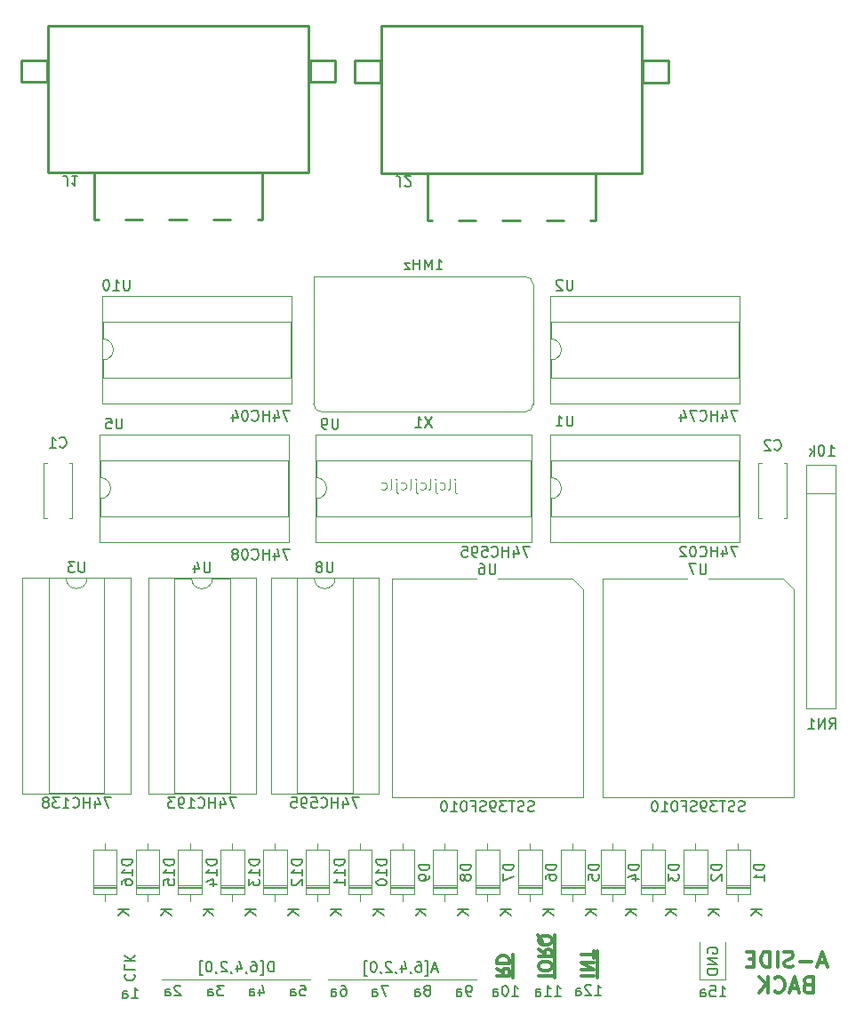
<source format=gbr>
%TF.GenerationSoftware,KiCad,Pcbnew,8.0.2*%
%TF.CreationDate,2025-01-31T19:47:28+01:00*%
%TF.ProjectId,p2000t-joystick-nes,70323030-3074-42d6-9a6f-79737469636b,rev?*%
%TF.SameCoordinates,Original*%
%TF.FileFunction,Legend,Bot*%
%TF.FilePolarity,Positive*%
%FSLAX46Y46*%
G04 Gerber Fmt 4.6, Leading zero omitted, Abs format (unit mm)*
G04 Created by KiCad (PCBNEW 8.0.2) date 2025-01-31 19:47:28*
%MOMM*%
%LPD*%
G01*
G04 APERTURE LIST*
%ADD10C,0.120000*%
%ADD11C,0.300000*%
%ADD12C,0.150000*%
%ADD13C,0.100000*%
%ADD14C,0.254000*%
G04 APERTURE END LIST*
D10*
X96539665Y-113891314D02*
X94126665Y-113891314D01*
X72831065Y-113834514D02*
X58731765Y-113834514D01*
X94126665Y-113891314D02*
X94126665Y-110335314D01*
X57017265Y-113821814D02*
X42920265Y-113821814D01*
X96539665Y-110335314D02*
X96539665Y-113891314D01*
D11*
X106182378Y-112267213D02*
X105468093Y-112267213D01*
X106325235Y-112695784D02*
X105825235Y-111195784D01*
X105825235Y-111195784D02*
X105325235Y-112695784D01*
X104825236Y-112124356D02*
X103682379Y-112124356D01*
X103039521Y-112624356D02*
X102825236Y-112695784D01*
X102825236Y-112695784D02*
X102468093Y-112695784D01*
X102468093Y-112695784D02*
X102325236Y-112624356D01*
X102325236Y-112624356D02*
X102253807Y-112552927D01*
X102253807Y-112552927D02*
X102182378Y-112410070D01*
X102182378Y-112410070D02*
X102182378Y-112267213D01*
X102182378Y-112267213D02*
X102253807Y-112124356D01*
X102253807Y-112124356D02*
X102325236Y-112052927D01*
X102325236Y-112052927D02*
X102468093Y-111981498D01*
X102468093Y-111981498D02*
X102753807Y-111910070D01*
X102753807Y-111910070D02*
X102896664Y-111838641D01*
X102896664Y-111838641D02*
X102968093Y-111767213D01*
X102968093Y-111767213D02*
X103039521Y-111624356D01*
X103039521Y-111624356D02*
X103039521Y-111481498D01*
X103039521Y-111481498D02*
X102968093Y-111338641D01*
X102968093Y-111338641D02*
X102896664Y-111267213D01*
X102896664Y-111267213D02*
X102753807Y-111195784D01*
X102753807Y-111195784D02*
X102396664Y-111195784D01*
X102396664Y-111195784D02*
X102182378Y-111267213D01*
X101539522Y-112695784D02*
X101539522Y-111195784D01*
X100825236Y-112695784D02*
X100825236Y-111195784D01*
X100825236Y-111195784D02*
X100468093Y-111195784D01*
X100468093Y-111195784D02*
X100253807Y-111267213D01*
X100253807Y-111267213D02*
X100110950Y-111410070D01*
X100110950Y-111410070D02*
X100039521Y-111552927D01*
X100039521Y-111552927D02*
X99968093Y-111838641D01*
X99968093Y-111838641D02*
X99968093Y-112052927D01*
X99968093Y-112052927D02*
X100039521Y-112338641D01*
X100039521Y-112338641D02*
X100110950Y-112481498D01*
X100110950Y-112481498D02*
X100253807Y-112624356D01*
X100253807Y-112624356D02*
X100468093Y-112695784D01*
X100468093Y-112695784D02*
X100825236Y-112695784D01*
X99325236Y-111910070D02*
X98825236Y-111910070D01*
X98610950Y-112695784D02*
X99325236Y-112695784D01*
X99325236Y-112695784D02*
X99325236Y-111195784D01*
X99325236Y-111195784D02*
X98610950Y-111195784D01*
X104432379Y-114324986D02*
X104218093Y-114396414D01*
X104218093Y-114396414D02*
X104146664Y-114467843D01*
X104146664Y-114467843D02*
X104075236Y-114610700D01*
X104075236Y-114610700D02*
X104075236Y-114824986D01*
X104075236Y-114824986D02*
X104146664Y-114967843D01*
X104146664Y-114967843D02*
X104218093Y-115039272D01*
X104218093Y-115039272D02*
X104360950Y-115110700D01*
X104360950Y-115110700D02*
X104932379Y-115110700D01*
X104932379Y-115110700D02*
X104932379Y-113610700D01*
X104932379Y-113610700D02*
X104432379Y-113610700D01*
X104432379Y-113610700D02*
X104289522Y-113682129D01*
X104289522Y-113682129D02*
X104218093Y-113753557D01*
X104218093Y-113753557D02*
X104146664Y-113896414D01*
X104146664Y-113896414D02*
X104146664Y-114039272D01*
X104146664Y-114039272D02*
X104218093Y-114182129D01*
X104218093Y-114182129D02*
X104289522Y-114253557D01*
X104289522Y-114253557D02*
X104432379Y-114324986D01*
X104432379Y-114324986D02*
X104932379Y-114324986D01*
X103503807Y-114682129D02*
X102789522Y-114682129D01*
X103646664Y-115110700D02*
X103146664Y-113610700D01*
X103146664Y-113610700D02*
X102646664Y-115110700D01*
X101289522Y-114967843D02*
X101360950Y-115039272D01*
X101360950Y-115039272D02*
X101575236Y-115110700D01*
X101575236Y-115110700D02*
X101718093Y-115110700D01*
X101718093Y-115110700D02*
X101932379Y-115039272D01*
X101932379Y-115039272D02*
X102075236Y-114896414D01*
X102075236Y-114896414D02*
X102146665Y-114753557D01*
X102146665Y-114753557D02*
X102218093Y-114467843D01*
X102218093Y-114467843D02*
X102218093Y-114253557D01*
X102218093Y-114253557D02*
X102146665Y-113967843D01*
X102146665Y-113967843D02*
X102075236Y-113824986D01*
X102075236Y-113824986D02*
X101932379Y-113682129D01*
X101932379Y-113682129D02*
X101718093Y-113610700D01*
X101718093Y-113610700D02*
X101575236Y-113610700D01*
X101575236Y-113610700D02*
X101360950Y-113682129D01*
X101360950Y-113682129D02*
X101289522Y-113753557D01*
X100646665Y-115110700D02*
X100646665Y-113610700D01*
X99789522Y-115110700D02*
X100432379Y-114253557D01*
X99789522Y-113610700D02*
X100646665Y-114467843D01*
D12*
X52199169Y-114752966D02*
X52199169Y-115419633D01*
X52437264Y-114372014D02*
X52675359Y-115086299D01*
X52675359Y-115086299D02*
X52056312Y-115086299D01*
X51246788Y-115419633D02*
X51246788Y-114895823D01*
X51246788Y-114895823D02*
X51294407Y-114800585D01*
X51294407Y-114800585D02*
X51389645Y-114752966D01*
X51389645Y-114752966D02*
X51580121Y-114752966D01*
X51580121Y-114752966D02*
X51675359Y-114800585D01*
X51246788Y-115372014D02*
X51342026Y-115419633D01*
X51342026Y-115419633D02*
X51580121Y-115419633D01*
X51580121Y-115419633D02*
X51675359Y-115372014D01*
X51675359Y-115372014D02*
X51722978Y-115276775D01*
X51722978Y-115276775D02*
X51722978Y-115181537D01*
X51722978Y-115181537D02*
X51675359Y-115086299D01*
X51675359Y-115086299D02*
X51580121Y-115038680D01*
X51580121Y-115038680D02*
X51342026Y-115038680D01*
X51342026Y-115038680D02*
X51246788Y-114991061D01*
X48785978Y-114419633D02*
X48166931Y-114419633D01*
X48166931Y-114419633D02*
X48500264Y-114800585D01*
X48500264Y-114800585D02*
X48357407Y-114800585D01*
X48357407Y-114800585D02*
X48262169Y-114848204D01*
X48262169Y-114848204D02*
X48214550Y-114895823D01*
X48214550Y-114895823D02*
X48166931Y-114991061D01*
X48166931Y-114991061D02*
X48166931Y-115229156D01*
X48166931Y-115229156D02*
X48214550Y-115324394D01*
X48214550Y-115324394D02*
X48262169Y-115372014D01*
X48262169Y-115372014D02*
X48357407Y-115419633D01*
X48357407Y-115419633D02*
X48643121Y-115419633D01*
X48643121Y-115419633D02*
X48738359Y-115372014D01*
X48738359Y-115372014D02*
X48785978Y-115324394D01*
X47309788Y-115419633D02*
X47309788Y-114895823D01*
X47309788Y-114895823D02*
X47357407Y-114800585D01*
X47357407Y-114800585D02*
X47452645Y-114752966D01*
X47452645Y-114752966D02*
X47643121Y-114752966D01*
X47643121Y-114752966D02*
X47738359Y-114800585D01*
X47309788Y-115372014D02*
X47405026Y-115419633D01*
X47405026Y-115419633D02*
X47643121Y-115419633D01*
X47643121Y-115419633D02*
X47738359Y-115372014D01*
X47738359Y-115372014D02*
X47785978Y-115276775D01*
X47785978Y-115276775D02*
X47785978Y-115181537D01*
X47785978Y-115181537D02*
X47738359Y-115086299D01*
X47738359Y-115086299D02*
X47643121Y-115038680D01*
X47643121Y-115038680D02*
X47405026Y-115038680D01*
X47405026Y-115038680D02*
X47309788Y-114991061D01*
X76265622Y-115432333D02*
X76837050Y-115432333D01*
X76551336Y-115432333D02*
X76551336Y-114432333D01*
X76551336Y-114432333D02*
X76646574Y-114575190D01*
X76646574Y-114575190D02*
X76741812Y-114670428D01*
X76741812Y-114670428D02*
X76837050Y-114718047D01*
X75646574Y-114432333D02*
X75551336Y-114432333D01*
X75551336Y-114432333D02*
X75456098Y-114479952D01*
X75456098Y-114479952D02*
X75408479Y-114527571D01*
X75408479Y-114527571D02*
X75360860Y-114622809D01*
X75360860Y-114622809D02*
X75313241Y-114813285D01*
X75313241Y-114813285D02*
X75313241Y-115051380D01*
X75313241Y-115051380D02*
X75360860Y-115241856D01*
X75360860Y-115241856D02*
X75408479Y-115337094D01*
X75408479Y-115337094D02*
X75456098Y-115384714D01*
X75456098Y-115384714D02*
X75551336Y-115432333D01*
X75551336Y-115432333D02*
X75646574Y-115432333D01*
X75646574Y-115432333D02*
X75741812Y-115384714D01*
X75741812Y-115384714D02*
X75789431Y-115337094D01*
X75789431Y-115337094D02*
X75837050Y-115241856D01*
X75837050Y-115241856D02*
X75884669Y-115051380D01*
X75884669Y-115051380D02*
X75884669Y-114813285D01*
X75884669Y-114813285D02*
X75837050Y-114622809D01*
X75837050Y-114622809D02*
X75789431Y-114527571D01*
X75789431Y-114527571D02*
X75741812Y-114479952D01*
X75741812Y-114479952D02*
X75646574Y-114432333D01*
X74456098Y-115432333D02*
X74456098Y-114908523D01*
X74456098Y-114908523D02*
X74503717Y-114813285D01*
X74503717Y-114813285D02*
X74598955Y-114765666D01*
X74598955Y-114765666D02*
X74789431Y-114765666D01*
X74789431Y-114765666D02*
X74884669Y-114813285D01*
X74456098Y-115384714D02*
X74551336Y-115432333D01*
X74551336Y-115432333D02*
X74789431Y-115432333D01*
X74789431Y-115432333D02*
X74884669Y-115384714D01*
X74884669Y-115384714D02*
X74932288Y-115289475D01*
X74932288Y-115289475D02*
X74932288Y-115194237D01*
X74932288Y-115194237D02*
X74884669Y-115098999D01*
X74884669Y-115098999D02*
X74789431Y-115051380D01*
X74789431Y-115051380D02*
X74551336Y-115051380D01*
X74551336Y-115051380D02*
X74456098Y-115003761D01*
X64470478Y-114432333D02*
X63803812Y-114432333D01*
X63803812Y-114432333D02*
X64232383Y-115432333D01*
X62994288Y-115432333D02*
X62994288Y-114908523D01*
X62994288Y-114908523D02*
X63041907Y-114813285D01*
X63041907Y-114813285D02*
X63137145Y-114765666D01*
X63137145Y-114765666D02*
X63327621Y-114765666D01*
X63327621Y-114765666D02*
X63422859Y-114813285D01*
X62994288Y-115384714D02*
X63089526Y-115432333D01*
X63089526Y-115432333D02*
X63327621Y-115432333D01*
X63327621Y-115432333D02*
X63422859Y-115384714D01*
X63422859Y-115384714D02*
X63470478Y-115289475D01*
X63470478Y-115289475D02*
X63470478Y-115194237D01*
X63470478Y-115194237D02*
X63422859Y-115098999D01*
X63422859Y-115098999D02*
X63327621Y-115051380D01*
X63327621Y-115051380D02*
X63089526Y-115051380D01*
X63089526Y-115051380D02*
X62994288Y-115003761D01*
X53579883Y-113133633D02*
X53579883Y-112133633D01*
X53579883Y-112133633D02*
X53341788Y-112133633D01*
X53341788Y-112133633D02*
X53198931Y-112181252D01*
X53198931Y-112181252D02*
X53103693Y-112276490D01*
X53103693Y-112276490D02*
X53056074Y-112371728D01*
X53056074Y-112371728D02*
X53008455Y-112562204D01*
X53008455Y-112562204D02*
X53008455Y-112705061D01*
X53008455Y-112705061D02*
X53056074Y-112895537D01*
X53056074Y-112895537D02*
X53103693Y-112990775D01*
X53103693Y-112990775D02*
X53198931Y-113086014D01*
X53198931Y-113086014D02*
X53341788Y-113133633D01*
X53341788Y-113133633D02*
X53579883Y-113133633D01*
X52294169Y-113466966D02*
X52532264Y-113466966D01*
X52532264Y-113466966D02*
X52532264Y-112038394D01*
X52532264Y-112038394D02*
X52294169Y-112038394D01*
X51484645Y-112133633D02*
X51675121Y-112133633D01*
X51675121Y-112133633D02*
X51770359Y-112181252D01*
X51770359Y-112181252D02*
X51817978Y-112228871D01*
X51817978Y-112228871D02*
X51913216Y-112371728D01*
X51913216Y-112371728D02*
X51960835Y-112562204D01*
X51960835Y-112562204D02*
X51960835Y-112943156D01*
X51960835Y-112943156D02*
X51913216Y-113038394D01*
X51913216Y-113038394D02*
X51865597Y-113086014D01*
X51865597Y-113086014D02*
X51770359Y-113133633D01*
X51770359Y-113133633D02*
X51579883Y-113133633D01*
X51579883Y-113133633D02*
X51484645Y-113086014D01*
X51484645Y-113086014D02*
X51437026Y-113038394D01*
X51437026Y-113038394D02*
X51389407Y-112943156D01*
X51389407Y-112943156D02*
X51389407Y-112705061D01*
X51389407Y-112705061D02*
X51437026Y-112609823D01*
X51437026Y-112609823D02*
X51484645Y-112562204D01*
X51484645Y-112562204D02*
X51579883Y-112514585D01*
X51579883Y-112514585D02*
X51770359Y-112514585D01*
X51770359Y-112514585D02*
X51865597Y-112562204D01*
X51865597Y-112562204D02*
X51913216Y-112609823D01*
X51913216Y-112609823D02*
X51960835Y-112705061D01*
X50913216Y-113086014D02*
X50913216Y-113133633D01*
X50913216Y-113133633D02*
X50960835Y-113228871D01*
X50960835Y-113228871D02*
X51008454Y-113276490D01*
X50056074Y-112466966D02*
X50056074Y-113133633D01*
X50294169Y-112086014D02*
X50532264Y-112800299D01*
X50532264Y-112800299D02*
X49913217Y-112800299D01*
X49484645Y-113086014D02*
X49484645Y-113133633D01*
X49484645Y-113133633D02*
X49532264Y-113228871D01*
X49532264Y-113228871D02*
X49579883Y-113276490D01*
X49103693Y-112228871D02*
X49056074Y-112181252D01*
X49056074Y-112181252D02*
X48960836Y-112133633D01*
X48960836Y-112133633D02*
X48722741Y-112133633D01*
X48722741Y-112133633D02*
X48627503Y-112181252D01*
X48627503Y-112181252D02*
X48579884Y-112228871D01*
X48579884Y-112228871D02*
X48532265Y-112324109D01*
X48532265Y-112324109D02*
X48532265Y-112419347D01*
X48532265Y-112419347D02*
X48579884Y-112562204D01*
X48579884Y-112562204D02*
X49151312Y-113133633D01*
X49151312Y-113133633D02*
X48532265Y-113133633D01*
X48056074Y-113086014D02*
X48056074Y-113133633D01*
X48056074Y-113133633D02*
X48103693Y-113228871D01*
X48103693Y-113228871D02*
X48151312Y-113276490D01*
X47437027Y-112133633D02*
X47341789Y-112133633D01*
X47341789Y-112133633D02*
X47246551Y-112181252D01*
X47246551Y-112181252D02*
X47198932Y-112228871D01*
X47198932Y-112228871D02*
X47151313Y-112324109D01*
X47151313Y-112324109D02*
X47103694Y-112514585D01*
X47103694Y-112514585D02*
X47103694Y-112752680D01*
X47103694Y-112752680D02*
X47151313Y-112943156D01*
X47151313Y-112943156D02*
X47198932Y-113038394D01*
X47198932Y-113038394D02*
X47246551Y-113086014D01*
X47246551Y-113086014D02*
X47341789Y-113133633D01*
X47341789Y-113133633D02*
X47437027Y-113133633D01*
X47437027Y-113133633D02*
X47532265Y-113086014D01*
X47532265Y-113086014D02*
X47579884Y-113038394D01*
X47579884Y-113038394D02*
X47627503Y-112943156D01*
X47627503Y-112943156D02*
X47675122Y-112752680D01*
X47675122Y-112752680D02*
X47675122Y-112514585D01*
X47675122Y-112514585D02*
X47627503Y-112324109D01*
X47627503Y-112324109D02*
X47579884Y-112228871D01*
X47579884Y-112228871D02*
X47532265Y-112181252D01*
X47532265Y-112181252D02*
X47437027Y-112133633D01*
X46770360Y-113466966D02*
X46532265Y-113466966D01*
X46532265Y-113466966D02*
X46532265Y-112038394D01*
X46532265Y-112038394D02*
X46770360Y-112038394D01*
X56088550Y-114419633D02*
X56564740Y-114419633D01*
X56564740Y-114419633D02*
X56612359Y-114895823D01*
X56612359Y-114895823D02*
X56564740Y-114848204D01*
X56564740Y-114848204D02*
X56469502Y-114800585D01*
X56469502Y-114800585D02*
X56231407Y-114800585D01*
X56231407Y-114800585D02*
X56136169Y-114848204D01*
X56136169Y-114848204D02*
X56088550Y-114895823D01*
X56088550Y-114895823D02*
X56040931Y-114991061D01*
X56040931Y-114991061D02*
X56040931Y-115229156D01*
X56040931Y-115229156D02*
X56088550Y-115324394D01*
X56088550Y-115324394D02*
X56136169Y-115372014D01*
X56136169Y-115372014D02*
X56231407Y-115419633D01*
X56231407Y-115419633D02*
X56469502Y-115419633D01*
X56469502Y-115419633D02*
X56564740Y-115372014D01*
X56564740Y-115372014D02*
X56612359Y-115324394D01*
X55183788Y-115419633D02*
X55183788Y-114895823D01*
X55183788Y-114895823D02*
X55231407Y-114800585D01*
X55231407Y-114800585D02*
X55326645Y-114752966D01*
X55326645Y-114752966D02*
X55517121Y-114752966D01*
X55517121Y-114752966D02*
X55612359Y-114800585D01*
X55183788Y-115372014D02*
X55279026Y-115419633D01*
X55279026Y-115419633D02*
X55517121Y-115419633D01*
X55517121Y-115419633D02*
X55612359Y-115372014D01*
X55612359Y-115372014D02*
X55659978Y-115276775D01*
X55659978Y-115276775D02*
X55659978Y-115181537D01*
X55659978Y-115181537D02*
X55612359Y-115086299D01*
X55612359Y-115086299D02*
X55517121Y-115038680D01*
X55517121Y-115038680D02*
X55279026Y-115038680D01*
X55279026Y-115038680D02*
X55183788Y-114991061D01*
X96039522Y-115483133D02*
X96610950Y-115483133D01*
X96325236Y-115483133D02*
X96325236Y-114483133D01*
X96325236Y-114483133D02*
X96420474Y-114625990D01*
X96420474Y-114625990D02*
X96515712Y-114721228D01*
X96515712Y-114721228D02*
X96610950Y-114768847D01*
X95134760Y-114483133D02*
X95610950Y-114483133D01*
X95610950Y-114483133D02*
X95658569Y-114959323D01*
X95658569Y-114959323D02*
X95610950Y-114911704D01*
X95610950Y-114911704D02*
X95515712Y-114864085D01*
X95515712Y-114864085D02*
X95277617Y-114864085D01*
X95277617Y-114864085D02*
X95182379Y-114911704D01*
X95182379Y-114911704D02*
X95134760Y-114959323D01*
X95134760Y-114959323D02*
X95087141Y-115054561D01*
X95087141Y-115054561D02*
X95087141Y-115292656D01*
X95087141Y-115292656D02*
X95134760Y-115387894D01*
X95134760Y-115387894D02*
X95182379Y-115435514D01*
X95182379Y-115435514D02*
X95277617Y-115483133D01*
X95277617Y-115483133D02*
X95515712Y-115483133D01*
X95515712Y-115483133D02*
X95610950Y-115435514D01*
X95610950Y-115435514D02*
X95658569Y-115387894D01*
X94229998Y-115483133D02*
X94229998Y-114959323D01*
X94229998Y-114959323D02*
X94277617Y-114864085D01*
X94277617Y-114864085D02*
X94372855Y-114816466D01*
X94372855Y-114816466D02*
X94563331Y-114816466D01*
X94563331Y-114816466D02*
X94658569Y-114864085D01*
X94229998Y-115435514D02*
X94325236Y-115483133D01*
X94325236Y-115483133D02*
X94563331Y-115483133D01*
X94563331Y-115483133D02*
X94658569Y-115435514D01*
X94658569Y-115435514D02*
X94706188Y-115340275D01*
X94706188Y-115340275D02*
X94706188Y-115245037D01*
X94706188Y-115245037D02*
X94658569Y-115149799D01*
X94658569Y-115149799D02*
X94563331Y-115102180D01*
X94563331Y-115102180D02*
X94325236Y-115102180D01*
X94325236Y-115102180D02*
X94229998Y-115054561D01*
X39440784Y-113357552D02*
X39393165Y-113405171D01*
X39393165Y-113405171D02*
X39345545Y-113548028D01*
X39345545Y-113548028D02*
X39345545Y-113643266D01*
X39345545Y-113643266D02*
X39393165Y-113786123D01*
X39393165Y-113786123D02*
X39488403Y-113881361D01*
X39488403Y-113881361D02*
X39583641Y-113928980D01*
X39583641Y-113928980D02*
X39774117Y-113976599D01*
X39774117Y-113976599D02*
X39916974Y-113976599D01*
X39916974Y-113976599D02*
X40107450Y-113928980D01*
X40107450Y-113928980D02*
X40202688Y-113881361D01*
X40202688Y-113881361D02*
X40297926Y-113786123D01*
X40297926Y-113786123D02*
X40345545Y-113643266D01*
X40345545Y-113643266D02*
X40345545Y-113548028D01*
X40345545Y-113548028D02*
X40297926Y-113405171D01*
X40297926Y-113405171D02*
X40250307Y-113357552D01*
X39345545Y-112452790D02*
X39345545Y-112928980D01*
X39345545Y-112928980D02*
X40345545Y-112928980D01*
X39345545Y-112119456D02*
X40345545Y-112119456D01*
X39345545Y-111548028D02*
X39916974Y-111976599D01*
X40345545Y-111548028D02*
X39774117Y-112119456D01*
X80329622Y-115432333D02*
X80901050Y-115432333D01*
X80615336Y-115432333D02*
X80615336Y-114432333D01*
X80615336Y-114432333D02*
X80710574Y-114575190D01*
X80710574Y-114575190D02*
X80805812Y-114670428D01*
X80805812Y-114670428D02*
X80901050Y-114718047D01*
X79377241Y-115432333D02*
X79948669Y-115432333D01*
X79662955Y-115432333D02*
X79662955Y-114432333D01*
X79662955Y-114432333D02*
X79758193Y-114575190D01*
X79758193Y-114575190D02*
X79853431Y-114670428D01*
X79853431Y-114670428D02*
X79948669Y-114718047D01*
X78520098Y-115432333D02*
X78520098Y-114908523D01*
X78520098Y-114908523D02*
X78567717Y-114813285D01*
X78567717Y-114813285D02*
X78662955Y-114765666D01*
X78662955Y-114765666D02*
X78853431Y-114765666D01*
X78853431Y-114765666D02*
X78948669Y-114813285D01*
X78520098Y-115384714D02*
X78615336Y-115432333D01*
X78615336Y-115432333D02*
X78853431Y-115432333D01*
X78853431Y-115432333D02*
X78948669Y-115384714D01*
X78948669Y-115384714D02*
X78996288Y-115289475D01*
X78996288Y-115289475D02*
X78996288Y-115194237D01*
X78996288Y-115194237D02*
X78948669Y-115098999D01*
X78948669Y-115098999D02*
X78853431Y-115051380D01*
X78853431Y-115051380D02*
X78615336Y-115051380D01*
X78615336Y-115051380D02*
X78520098Y-115003761D01*
D13*
X70816115Y-66515752D02*
X70816115Y-67372895D01*
X70816115Y-67372895D02*
X70863734Y-67468133D01*
X70863734Y-67468133D02*
X70958972Y-67515752D01*
X70958972Y-67515752D02*
X71006591Y-67515752D01*
X70816115Y-66182419D02*
X70863734Y-66230038D01*
X70863734Y-66230038D02*
X70816115Y-66277657D01*
X70816115Y-66277657D02*
X70768496Y-66230038D01*
X70768496Y-66230038D02*
X70816115Y-66182419D01*
X70816115Y-66182419D02*
X70816115Y-66277657D01*
X70197068Y-67182419D02*
X70292306Y-67134800D01*
X70292306Y-67134800D02*
X70339925Y-67039561D01*
X70339925Y-67039561D02*
X70339925Y-66182419D01*
X69387544Y-67134800D02*
X69482782Y-67182419D01*
X69482782Y-67182419D02*
X69673258Y-67182419D01*
X69673258Y-67182419D02*
X69768496Y-67134800D01*
X69768496Y-67134800D02*
X69816115Y-67087180D01*
X69816115Y-67087180D02*
X69863734Y-66991942D01*
X69863734Y-66991942D02*
X69863734Y-66706228D01*
X69863734Y-66706228D02*
X69816115Y-66610990D01*
X69816115Y-66610990D02*
X69768496Y-66563371D01*
X69768496Y-66563371D02*
X69673258Y-66515752D01*
X69673258Y-66515752D02*
X69482782Y-66515752D01*
X69482782Y-66515752D02*
X69387544Y-66563371D01*
X68958972Y-66515752D02*
X68958972Y-67372895D01*
X68958972Y-67372895D02*
X69006591Y-67468133D01*
X69006591Y-67468133D02*
X69101829Y-67515752D01*
X69101829Y-67515752D02*
X69149448Y-67515752D01*
X68958972Y-66182419D02*
X69006591Y-66230038D01*
X69006591Y-66230038D02*
X68958972Y-66277657D01*
X68958972Y-66277657D02*
X68911353Y-66230038D01*
X68911353Y-66230038D02*
X68958972Y-66182419D01*
X68958972Y-66182419D02*
X68958972Y-66277657D01*
X68339925Y-67182419D02*
X68435163Y-67134800D01*
X68435163Y-67134800D02*
X68482782Y-67039561D01*
X68482782Y-67039561D02*
X68482782Y-66182419D01*
X67530401Y-67134800D02*
X67625639Y-67182419D01*
X67625639Y-67182419D02*
X67816115Y-67182419D01*
X67816115Y-67182419D02*
X67911353Y-67134800D01*
X67911353Y-67134800D02*
X67958972Y-67087180D01*
X67958972Y-67087180D02*
X68006591Y-66991942D01*
X68006591Y-66991942D02*
X68006591Y-66706228D01*
X68006591Y-66706228D02*
X67958972Y-66610990D01*
X67958972Y-66610990D02*
X67911353Y-66563371D01*
X67911353Y-66563371D02*
X67816115Y-66515752D01*
X67816115Y-66515752D02*
X67625639Y-66515752D01*
X67625639Y-66515752D02*
X67530401Y-66563371D01*
X67101829Y-66515752D02*
X67101829Y-67372895D01*
X67101829Y-67372895D02*
X67149448Y-67468133D01*
X67149448Y-67468133D02*
X67244686Y-67515752D01*
X67244686Y-67515752D02*
X67292305Y-67515752D01*
X67101829Y-66182419D02*
X67149448Y-66230038D01*
X67149448Y-66230038D02*
X67101829Y-66277657D01*
X67101829Y-66277657D02*
X67054210Y-66230038D01*
X67054210Y-66230038D02*
X67101829Y-66182419D01*
X67101829Y-66182419D02*
X67101829Y-66277657D01*
X66482782Y-67182419D02*
X66578020Y-67134800D01*
X66578020Y-67134800D02*
X66625639Y-67039561D01*
X66625639Y-67039561D02*
X66625639Y-66182419D01*
X65673258Y-67134800D02*
X65768496Y-67182419D01*
X65768496Y-67182419D02*
X65958972Y-67182419D01*
X65958972Y-67182419D02*
X66054210Y-67134800D01*
X66054210Y-67134800D02*
X66101829Y-67087180D01*
X66101829Y-67087180D02*
X66149448Y-66991942D01*
X66149448Y-66991942D02*
X66149448Y-66706228D01*
X66149448Y-66706228D02*
X66101829Y-66610990D01*
X66101829Y-66610990D02*
X66054210Y-66563371D01*
X66054210Y-66563371D02*
X65958972Y-66515752D01*
X65958972Y-66515752D02*
X65768496Y-66515752D01*
X65768496Y-66515752D02*
X65673258Y-66563371D01*
X65244686Y-66515752D02*
X65244686Y-67372895D01*
X65244686Y-67372895D02*
X65292305Y-67468133D01*
X65292305Y-67468133D02*
X65387543Y-67515752D01*
X65387543Y-67515752D02*
X65435162Y-67515752D01*
X65244686Y-66182419D02*
X65292305Y-66230038D01*
X65292305Y-66230038D02*
X65244686Y-66277657D01*
X65244686Y-66277657D02*
X65197067Y-66230038D01*
X65197067Y-66230038D02*
X65244686Y-66182419D01*
X65244686Y-66182419D02*
X65244686Y-66277657D01*
X64625639Y-67182419D02*
X64720877Y-67134800D01*
X64720877Y-67134800D02*
X64768496Y-67039561D01*
X64768496Y-67039561D02*
X64768496Y-66182419D01*
X63816115Y-67134800D02*
X63911353Y-67182419D01*
X63911353Y-67182419D02*
X64101829Y-67182419D01*
X64101829Y-67182419D02*
X64197067Y-67134800D01*
X64197067Y-67134800D02*
X64244686Y-67087180D01*
X64244686Y-67087180D02*
X64292305Y-66991942D01*
X64292305Y-66991942D02*
X64292305Y-66706228D01*
X64292305Y-66706228D02*
X64244686Y-66610990D01*
X64244686Y-66610990D02*
X64197067Y-66563371D01*
X64197067Y-66563371D02*
X64101829Y-66515752D01*
X64101829Y-66515752D02*
X63911353Y-66515752D01*
X63911353Y-66515752D02*
X63816115Y-66563371D01*
D12*
X68296383Y-114860904D02*
X68391621Y-114813285D01*
X68391621Y-114813285D02*
X68439240Y-114765666D01*
X68439240Y-114765666D02*
X68486859Y-114670428D01*
X68486859Y-114670428D02*
X68486859Y-114622809D01*
X68486859Y-114622809D02*
X68439240Y-114527571D01*
X68439240Y-114527571D02*
X68391621Y-114479952D01*
X68391621Y-114479952D02*
X68296383Y-114432333D01*
X68296383Y-114432333D02*
X68105907Y-114432333D01*
X68105907Y-114432333D02*
X68010669Y-114479952D01*
X68010669Y-114479952D02*
X67963050Y-114527571D01*
X67963050Y-114527571D02*
X67915431Y-114622809D01*
X67915431Y-114622809D02*
X67915431Y-114670428D01*
X67915431Y-114670428D02*
X67963050Y-114765666D01*
X67963050Y-114765666D02*
X68010669Y-114813285D01*
X68010669Y-114813285D02*
X68105907Y-114860904D01*
X68105907Y-114860904D02*
X68296383Y-114860904D01*
X68296383Y-114860904D02*
X68391621Y-114908523D01*
X68391621Y-114908523D02*
X68439240Y-114956142D01*
X68439240Y-114956142D02*
X68486859Y-115051380D01*
X68486859Y-115051380D02*
X68486859Y-115241856D01*
X68486859Y-115241856D02*
X68439240Y-115337094D01*
X68439240Y-115337094D02*
X68391621Y-115384714D01*
X68391621Y-115384714D02*
X68296383Y-115432333D01*
X68296383Y-115432333D02*
X68105907Y-115432333D01*
X68105907Y-115432333D02*
X68010669Y-115384714D01*
X68010669Y-115384714D02*
X67963050Y-115337094D01*
X67963050Y-115337094D02*
X67915431Y-115241856D01*
X67915431Y-115241856D02*
X67915431Y-115051380D01*
X67915431Y-115051380D02*
X67963050Y-114956142D01*
X67963050Y-114956142D02*
X68010669Y-114908523D01*
X68010669Y-114908523D02*
X68105907Y-114860904D01*
X67058288Y-115432333D02*
X67058288Y-114908523D01*
X67058288Y-114908523D02*
X67105907Y-114813285D01*
X67105907Y-114813285D02*
X67201145Y-114765666D01*
X67201145Y-114765666D02*
X67391621Y-114765666D01*
X67391621Y-114765666D02*
X67486859Y-114813285D01*
X67058288Y-115384714D02*
X67153526Y-115432333D01*
X67153526Y-115432333D02*
X67391621Y-115432333D01*
X67391621Y-115432333D02*
X67486859Y-115384714D01*
X67486859Y-115384714D02*
X67534478Y-115289475D01*
X67534478Y-115289475D02*
X67534478Y-115194237D01*
X67534478Y-115194237D02*
X67486859Y-115098999D01*
X67486859Y-115098999D02*
X67391621Y-115051380D01*
X67391621Y-115051380D02*
X67153526Y-115051380D01*
X67153526Y-115051380D02*
X67058288Y-115003761D01*
X94899103Y-111351409D02*
X94851484Y-111256171D01*
X94851484Y-111256171D02*
X94851484Y-111113314D01*
X94851484Y-111113314D02*
X94899103Y-110970457D01*
X94899103Y-110970457D02*
X94994341Y-110875219D01*
X94994341Y-110875219D02*
X95089579Y-110827600D01*
X95089579Y-110827600D02*
X95280055Y-110779981D01*
X95280055Y-110779981D02*
X95422912Y-110779981D01*
X95422912Y-110779981D02*
X95613388Y-110827600D01*
X95613388Y-110827600D02*
X95708626Y-110875219D01*
X95708626Y-110875219D02*
X95803865Y-110970457D01*
X95803865Y-110970457D02*
X95851484Y-111113314D01*
X95851484Y-111113314D02*
X95851484Y-111208552D01*
X95851484Y-111208552D02*
X95803865Y-111351409D01*
X95803865Y-111351409D02*
X95756245Y-111399028D01*
X95756245Y-111399028D02*
X95422912Y-111399028D01*
X95422912Y-111399028D02*
X95422912Y-111208552D01*
X95851484Y-111827600D02*
X94851484Y-111827600D01*
X94851484Y-111827600D02*
X95851484Y-112399028D01*
X95851484Y-112399028D02*
X94851484Y-112399028D01*
X95851484Y-112875219D02*
X94851484Y-112875219D01*
X94851484Y-112875219D02*
X94851484Y-113113314D01*
X94851484Y-113113314D02*
X94899103Y-113256171D01*
X94899103Y-113256171D02*
X94994341Y-113351409D01*
X94994341Y-113351409D02*
X95089579Y-113399028D01*
X95089579Y-113399028D02*
X95280055Y-113446647D01*
X95280055Y-113446647D02*
X95422912Y-113446647D01*
X95422912Y-113446647D02*
X95613388Y-113399028D01*
X95613388Y-113399028D02*
X95708626Y-113351409D01*
X95708626Y-113351409D02*
X95803865Y-113256171D01*
X95803865Y-113256171D02*
X95851484Y-113113314D01*
X95851484Y-113113314D02*
X95851484Y-112875219D01*
X69166673Y-112873318D02*
X68690483Y-112873318D01*
X69261911Y-113159033D02*
X68928578Y-112159033D01*
X68928578Y-112159033D02*
X68595245Y-113159033D01*
X67976197Y-113492366D02*
X68214292Y-113492366D01*
X68214292Y-113492366D02*
X68214292Y-112063794D01*
X68214292Y-112063794D02*
X67976197Y-112063794D01*
X67166673Y-112159033D02*
X67357149Y-112159033D01*
X67357149Y-112159033D02*
X67452387Y-112206652D01*
X67452387Y-112206652D02*
X67500006Y-112254271D01*
X67500006Y-112254271D02*
X67595244Y-112397128D01*
X67595244Y-112397128D02*
X67642863Y-112587604D01*
X67642863Y-112587604D02*
X67642863Y-112968556D01*
X67642863Y-112968556D02*
X67595244Y-113063794D01*
X67595244Y-113063794D02*
X67547625Y-113111414D01*
X67547625Y-113111414D02*
X67452387Y-113159033D01*
X67452387Y-113159033D02*
X67261911Y-113159033D01*
X67261911Y-113159033D02*
X67166673Y-113111414D01*
X67166673Y-113111414D02*
X67119054Y-113063794D01*
X67119054Y-113063794D02*
X67071435Y-112968556D01*
X67071435Y-112968556D02*
X67071435Y-112730461D01*
X67071435Y-112730461D02*
X67119054Y-112635223D01*
X67119054Y-112635223D02*
X67166673Y-112587604D01*
X67166673Y-112587604D02*
X67261911Y-112539985D01*
X67261911Y-112539985D02*
X67452387Y-112539985D01*
X67452387Y-112539985D02*
X67547625Y-112587604D01*
X67547625Y-112587604D02*
X67595244Y-112635223D01*
X67595244Y-112635223D02*
X67642863Y-112730461D01*
X66595244Y-113111414D02*
X66595244Y-113159033D01*
X66595244Y-113159033D02*
X66642863Y-113254271D01*
X66642863Y-113254271D02*
X66690482Y-113301890D01*
X65738102Y-112492366D02*
X65738102Y-113159033D01*
X65976197Y-112111414D02*
X66214292Y-112825699D01*
X66214292Y-112825699D02*
X65595245Y-112825699D01*
X65166673Y-113111414D02*
X65166673Y-113159033D01*
X65166673Y-113159033D02*
X65214292Y-113254271D01*
X65214292Y-113254271D02*
X65261911Y-113301890D01*
X64785721Y-112254271D02*
X64738102Y-112206652D01*
X64738102Y-112206652D02*
X64642864Y-112159033D01*
X64642864Y-112159033D02*
X64404769Y-112159033D01*
X64404769Y-112159033D02*
X64309531Y-112206652D01*
X64309531Y-112206652D02*
X64261912Y-112254271D01*
X64261912Y-112254271D02*
X64214293Y-112349509D01*
X64214293Y-112349509D02*
X64214293Y-112444747D01*
X64214293Y-112444747D02*
X64261912Y-112587604D01*
X64261912Y-112587604D02*
X64833340Y-113159033D01*
X64833340Y-113159033D02*
X64214293Y-113159033D01*
X63738102Y-113111414D02*
X63738102Y-113159033D01*
X63738102Y-113159033D02*
X63785721Y-113254271D01*
X63785721Y-113254271D02*
X63833340Y-113301890D01*
X63119055Y-112159033D02*
X63023817Y-112159033D01*
X63023817Y-112159033D02*
X62928579Y-112206652D01*
X62928579Y-112206652D02*
X62880960Y-112254271D01*
X62880960Y-112254271D02*
X62833341Y-112349509D01*
X62833341Y-112349509D02*
X62785722Y-112539985D01*
X62785722Y-112539985D02*
X62785722Y-112778080D01*
X62785722Y-112778080D02*
X62833341Y-112968556D01*
X62833341Y-112968556D02*
X62880960Y-113063794D01*
X62880960Y-113063794D02*
X62928579Y-113111414D01*
X62928579Y-113111414D02*
X63023817Y-113159033D01*
X63023817Y-113159033D02*
X63119055Y-113159033D01*
X63119055Y-113159033D02*
X63214293Y-113111414D01*
X63214293Y-113111414D02*
X63261912Y-113063794D01*
X63261912Y-113063794D02*
X63309531Y-112968556D01*
X63309531Y-112968556D02*
X63357150Y-112778080D01*
X63357150Y-112778080D02*
X63357150Y-112539985D01*
X63357150Y-112539985D02*
X63309531Y-112349509D01*
X63309531Y-112349509D02*
X63261912Y-112254271D01*
X63261912Y-112254271D02*
X63214293Y-112206652D01*
X63214293Y-112206652D02*
X63119055Y-112159033D01*
X62452388Y-113492366D02*
X62214293Y-113492366D01*
X62214293Y-113492366D02*
X62214293Y-112063794D01*
X62214293Y-112063794D02*
X62452388Y-112063794D01*
X60009669Y-114432333D02*
X60200145Y-114432333D01*
X60200145Y-114432333D02*
X60295383Y-114479952D01*
X60295383Y-114479952D02*
X60343002Y-114527571D01*
X60343002Y-114527571D02*
X60438240Y-114670428D01*
X60438240Y-114670428D02*
X60485859Y-114860904D01*
X60485859Y-114860904D02*
X60485859Y-115241856D01*
X60485859Y-115241856D02*
X60438240Y-115337094D01*
X60438240Y-115337094D02*
X60390621Y-115384714D01*
X60390621Y-115384714D02*
X60295383Y-115432333D01*
X60295383Y-115432333D02*
X60104907Y-115432333D01*
X60104907Y-115432333D02*
X60009669Y-115384714D01*
X60009669Y-115384714D02*
X59962050Y-115337094D01*
X59962050Y-115337094D02*
X59914431Y-115241856D01*
X59914431Y-115241856D02*
X59914431Y-115003761D01*
X59914431Y-115003761D02*
X59962050Y-114908523D01*
X59962050Y-114908523D02*
X60009669Y-114860904D01*
X60009669Y-114860904D02*
X60104907Y-114813285D01*
X60104907Y-114813285D02*
X60295383Y-114813285D01*
X60295383Y-114813285D02*
X60390621Y-114860904D01*
X60390621Y-114860904D02*
X60438240Y-114908523D01*
X60438240Y-114908523D02*
X60485859Y-115003761D01*
X59057288Y-115432333D02*
X59057288Y-114908523D01*
X59057288Y-114908523D02*
X59104907Y-114813285D01*
X59104907Y-114813285D02*
X59200145Y-114765666D01*
X59200145Y-114765666D02*
X59390621Y-114765666D01*
X59390621Y-114765666D02*
X59485859Y-114813285D01*
X59057288Y-115384714D02*
X59152526Y-115432333D01*
X59152526Y-115432333D02*
X59390621Y-115432333D01*
X59390621Y-115432333D02*
X59485859Y-115384714D01*
X59485859Y-115384714D02*
X59533478Y-115289475D01*
X59533478Y-115289475D02*
X59533478Y-115194237D01*
X59533478Y-115194237D02*
X59485859Y-115098999D01*
X59485859Y-115098999D02*
X59390621Y-115051380D01*
X59390621Y-115051380D02*
X59152526Y-115051380D01*
X59152526Y-115051380D02*
X59057288Y-115003761D01*
D11*
X74806122Y-112808842D02*
X75377550Y-113208842D01*
X74806122Y-113494556D02*
X76006122Y-113494556D01*
X76006122Y-113494556D02*
X76006122Y-113037413D01*
X76006122Y-113037413D02*
X75948979Y-112923128D01*
X75948979Y-112923128D02*
X75891836Y-112865985D01*
X75891836Y-112865985D02*
X75777550Y-112808842D01*
X75777550Y-112808842D02*
X75606122Y-112808842D01*
X75606122Y-112808842D02*
X75491836Y-112865985D01*
X75491836Y-112865985D02*
X75434693Y-112923128D01*
X75434693Y-112923128D02*
X75377550Y-113037413D01*
X75377550Y-113037413D02*
X75377550Y-113494556D01*
X74806122Y-112294556D02*
X76006122Y-112294556D01*
X76006122Y-112294556D02*
X76006122Y-112008842D01*
X76006122Y-112008842D02*
X75948979Y-111837413D01*
X75948979Y-111837413D02*
X75834693Y-111723128D01*
X75834693Y-111723128D02*
X75720407Y-111665985D01*
X75720407Y-111665985D02*
X75491836Y-111608842D01*
X75491836Y-111608842D02*
X75320407Y-111608842D01*
X75320407Y-111608842D02*
X75091836Y-111665985D01*
X75091836Y-111665985D02*
X74977550Y-111723128D01*
X74977550Y-111723128D02*
X74863265Y-111837413D01*
X74863265Y-111837413D02*
X74806122Y-112008842D01*
X74806122Y-112008842D02*
X74806122Y-112294556D01*
X76339265Y-113660271D02*
X76339265Y-111500271D01*
D12*
X84165022Y-115356133D02*
X84736450Y-115356133D01*
X84450736Y-115356133D02*
X84450736Y-114356133D01*
X84450736Y-114356133D02*
X84545974Y-114498990D01*
X84545974Y-114498990D02*
X84641212Y-114594228D01*
X84641212Y-114594228D02*
X84736450Y-114641847D01*
X83784069Y-114451371D02*
X83736450Y-114403752D01*
X83736450Y-114403752D02*
X83641212Y-114356133D01*
X83641212Y-114356133D02*
X83403117Y-114356133D01*
X83403117Y-114356133D02*
X83307879Y-114403752D01*
X83307879Y-114403752D02*
X83260260Y-114451371D01*
X83260260Y-114451371D02*
X83212641Y-114546609D01*
X83212641Y-114546609D02*
X83212641Y-114641847D01*
X83212641Y-114641847D02*
X83260260Y-114784704D01*
X83260260Y-114784704D02*
X83831688Y-115356133D01*
X83831688Y-115356133D02*
X83212641Y-115356133D01*
X82355498Y-115356133D02*
X82355498Y-114832323D01*
X82355498Y-114832323D02*
X82403117Y-114737085D01*
X82403117Y-114737085D02*
X82498355Y-114689466D01*
X82498355Y-114689466D02*
X82688831Y-114689466D01*
X82688831Y-114689466D02*
X82784069Y-114737085D01*
X82355498Y-115308514D02*
X82450736Y-115356133D01*
X82450736Y-115356133D02*
X82688831Y-115356133D01*
X82688831Y-115356133D02*
X82784069Y-115308514D01*
X82784069Y-115308514D02*
X82831688Y-115213275D01*
X82831688Y-115213275D02*
X82831688Y-115118037D01*
X82831688Y-115118037D02*
X82784069Y-115022799D01*
X82784069Y-115022799D02*
X82688831Y-114975180D01*
X82688831Y-114975180D02*
X82450736Y-114975180D01*
X82450736Y-114975180D02*
X82355498Y-114927561D01*
X44674359Y-114514871D02*
X44626740Y-114467252D01*
X44626740Y-114467252D02*
X44531502Y-114419633D01*
X44531502Y-114419633D02*
X44293407Y-114419633D01*
X44293407Y-114419633D02*
X44198169Y-114467252D01*
X44198169Y-114467252D02*
X44150550Y-114514871D01*
X44150550Y-114514871D02*
X44102931Y-114610109D01*
X44102931Y-114610109D02*
X44102931Y-114705347D01*
X44102931Y-114705347D02*
X44150550Y-114848204D01*
X44150550Y-114848204D02*
X44721978Y-115419633D01*
X44721978Y-115419633D02*
X44102931Y-115419633D01*
X43245788Y-115419633D02*
X43245788Y-114895823D01*
X43245788Y-114895823D02*
X43293407Y-114800585D01*
X43293407Y-114800585D02*
X43388645Y-114752966D01*
X43388645Y-114752966D02*
X43579121Y-114752966D01*
X43579121Y-114752966D02*
X43674359Y-114800585D01*
X43245788Y-115372014D02*
X43341026Y-115419633D01*
X43341026Y-115419633D02*
X43579121Y-115419633D01*
X43579121Y-115419633D02*
X43674359Y-115372014D01*
X43674359Y-115372014D02*
X43721978Y-115276775D01*
X43721978Y-115276775D02*
X43721978Y-115181537D01*
X43721978Y-115181537D02*
X43674359Y-115086299D01*
X43674359Y-115086299D02*
X43579121Y-115038680D01*
X43579121Y-115038680D02*
X43341026Y-115038680D01*
X43341026Y-115038680D02*
X43245788Y-114991061D01*
X40064031Y-115610133D02*
X40635459Y-115610133D01*
X40349745Y-115610133D02*
X40349745Y-114610133D01*
X40349745Y-114610133D02*
X40444983Y-114752990D01*
X40444983Y-114752990D02*
X40540221Y-114848228D01*
X40540221Y-114848228D02*
X40635459Y-114895847D01*
X39206888Y-115610133D02*
X39206888Y-115086323D01*
X39206888Y-115086323D02*
X39254507Y-114991085D01*
X39254507Y-114991085D02*
X39349745Y-114943466D01*
X39349745Y-114943466D02*
X39540221Y-114943466D01*
X39540221Y-114943466D02*
X39635459Y-114991085D01*
X39206888Y-115562514D02*
X39302126Y-115610133D01*
X39302126Y-115610133D02*
X39540221Y-115610133D01*
X39540221Y-115610133D02*
X39635459Y-115562514D01*
X39635459Y-115562514D02*
X39683078Y-115467275D01*
X39683078Y-115467275D02*
X39683078Y-115372037D01*
X39683078Y-115372037D02*
X39635459Y-115276799D01*
X39635459Y-115276799D02*
X39540221Y-115229180D01*
X39540221Y-115229180D02*
X39302126Y-115229180D01*
X39302126Y-115229180D02*
X39206888Y-115181561D01*
D11*
X78830872Y-113494556D02*
X80030872Y-113494556D01*
X80030872Y-112694556D02*
X80030872Y-112465984D01*
X80030872Y-112465984D02*
X79973729Y-112351699D01*
X79973729Y-112351699D02*
X79859443Y-112237413D01*
X79859443Y-112237413D02*
X79630872Y-112180270D01*
X79630872Y-112180270D02*
X79230872Y-112180270D01*
X79230872Y-112180270D02*
X79002300Y-112237413D01*
X79002300Y-112237413D02*
X78888015Y-112351699D01*
X78888015Y-112351699D02*
X78830872Y-112465984D01*
X78830872Y-112465984D02*
X78830872Y-112694556D01*
X78830872Y-112694556D02*
X78888015Y-112808842D01*
X78888015Y-112808842D02*
X79002300Y-112923127D01*
X79002300Y-112923127D02*
X79230872Y-112980270D01*
X79230872Y-112980270D02*
X79630872Y-112980270D01*
X79630872Y-112980270D02*
X79859443Y-112923127D01*
X79859443Y-112923127D02*
X79973729Y-112808842D01*
X79973729Y-112808842D02*
X80030872Y-112694556D01*
X78830872Y-110980270D02*
X79402300Y-111380270D01*
X78830872Y-111665984D02*
X80030872Y-111665984D01*
X80030872Y-111665984D02*
X80030872Y-111208841D01*
X80030872Y-111208841D02*
X79973729Y-111094556D01*
X79973729Y-111094556D02*
X79916586Y-111037413D01*
X79916586Y-111037413D02*
X79802300Y-110980270D01*
X79802300Y-110980270D02*
X79630872Y-110980270D01*
X79630872Y-110980270D02*
X79516586Y-111037413D01*
X79516586Y-111037413D02*
X79459443Y-111094556D01*
X79459443Y-111094556D02*
X79402300Y-111208841D01*
X79402300Y-111208841D02*
X79402300Y-111665984D01*
X78716586Y-109665984D02*
X78773729Y-109780270D01*
X78773729Y-109780270D02*
X78888015Y-109894556D01*
X78888015Y-109894556D02*
X79059443Y-110065984D01*
X79059443Y-110065984D02*
X79116586Y-110180270D01*
X79116586Y-110180270D02*
X79116586Y-110294556D01*
X78830872Y-110237413D02*
X78888015Y-110351699D01*
X78888015Y-110351699D02*
X79002300Y-110465984D01*
X79002300Y-110465984D02*
X79230872Y-110523127D01*
X79230872Y-110523127D02*
X79630872Y-110523127D01*
X79630872Y-110523127D02*
X79859443Y-110465984D01*
X79859443Y-110465984D02*
X79973729Y-110351699D01*
X79973729Y-110351699D02*
X80030872Y-110237413D01*
X80030872Y-110237413D02*
X80030872Y-110008841D01*
X80030872Y-110008841D02*
X79973729Y-109894556D01*
X79973729Y-109894556D02*
X79859443Y-109780270D01*
X79859443Y-109780270D02*
X79630872Y-109723127D01*
X79630872Y-109723127D02*
X79230872Y-109723127D01*
X79230872Y-109723127D02*
X79002300Y-109780270D01*
X79002300Y-109780270D02*
X78888015Y-109894556D01*
X78888015Y-109894556D02*
X78830872Y-110008841D01*
X78830872Y-110008841D02*
X78830872Y-110237413D01*
X80364015Y-113660271D02*
X80364015Y-109614556D01*
X82855622Y-113494556D02*
X84055622Y-113494556D01*
X82855622Y-112923127D02*
X84055622Y-112923127D01*
X84055622Y-112923127D02*
X82855622Y-112237413D01*
X82855622Y-112237413D02*
X84055622Y-112237413D01*
X84055622Y-111837413D02*
X84055622Y-111151699D01*
X82855622Y-111494556D02*
X84055622Y-111494556D01*
X84388765Y-113660271D02*
X84388765Y-111157413D01*
D12*
X72328621Y-115432333D02*
X72138145Y-115432333D01*
X72138145Y-115432333D02*
X72042907Y-115384714D01*
X72042907Y-115384714D02*
X71995288Y-115337094D01*
X71995288Y-115337094D02*
X71900050Y-115194237D01*
X71900050Y-115194237D02*
X71852431Y-115003761D01*
X71852431Y-115003761D02*
X71852431Y-114622809D01*
X71852431Y-114622809D02*
X71900050Y-114527571D01*
X71900050Y-114527571D02*
X71947669Y-114479952D01*
X71947669Y-114479952D02*
X72042907Y-114432333D01*
X72042907Y-114432333D02*
X72233383Y-114432333D01*
X72233383Y-114432333D02*
X72328621Y-114479952D01*
X72328621Y-114479952D02*
X72376240Y-114527571D01*
X72376240Y-114527571D02*
X72423859Y-114622809D01*
X72423859Y-114622809D02*
X72423859Y-114860904D01*
X72423859Y-114860904D02*
X72376240Y-114956142D01*
X72376240Y-114956142D02*
X72328621Y-115003761D01*
X72328621Y-115003761D02*
X72233383Y-115051380D01*
X72233383Y-115051380D02*
X72042907Y-115051380D01*
X72042907Y-115051380D02*
X71947669Y-115003761D01*
X71947669Y-115003761D02*
X71900050Y-114956142D01*
X71900050Y-114956142D02*
X71852431Y-114860904D01*
X70995288Y-115432333D02*
X70995288Y-114908523D01*
X70995288Y-114908523D02*
X71042907Y-114813285D01*
X71042907Y-114813285D02*
X71138145Y-114765666D01*
X71138145Y-114765666D02*
X71328621Y-114765666D01*
X71328621Y-114765666D02*
X71423859Y-114813285D01*
X70995288Y-115384714D02*
X71090526Y-115432333D01*
X71090526Y-115432333D02*
X71328621Y-115432333D01*
X71328621Y-115432333D02*
X71423859Y-115384714D01*
X71423859Y-115384714D02*
X71471478Y-115289475D01*
X71471478Y-115289475D02*
X71471478Y-115194237D01*
X71471478Y-115194237D02*
X71423859Y-115098999D01*
X71423859Y-115098999D02*
X71328621Y-115051380D01*
X71328621Y-115051380D02*
X71090526Y-115051380D01*
X71090526Y-115051380D02*
X70995288Y-115003761D01*
X40065219Y-102417714D02*
X39065219Y-102417714D01*
X39065219Y-102417714D02*
X39065219Y-102655809D01*
X39065219Y-102655809D02*
X39112838Y-102798666D01*
X39112838Y-102798666D02*
X39208076Y-102893904D01*
X39208076Y-102893904D02*
X39303314Y-102941523D01*
X39303314Y-102941523D02*
X39493790Y-102989142D01*
X39493790Y-102989142D02*
X39636647Y-102989142D01*
X39636647Y-102989142D02*
X39827123Y-102941523D01*
X39827123Y-102941523D02*
X39922361Y-102893904D01*
X39922361Y-102893904D02*
X40017600Y-102798666D01*
X40017600Y-102798666D02*
X40065219Y-102655809D01*
X40065219Y-102655809D02*
X40065219Y-102417714D01*
X40065219Y-103941523D02*
X40065219Y-103370095D01*
X40065219Y-103655809D02*
X39065219Y-103655809D01*
X39065219Y-103655809D02*
X39208076Y-103560571D01*
X39208076Y-103560571D02*
X39303314Y-103465333D01*
X39303314Y-103465333D02*
X39350933Y-103370095D01*
X39065219Y-104798666D02*
X39065219Y-104608190D01*
X39065219Y-104608190D02*
X39112838Y-104512952D01*
X39112838Y-104512952D02*
X39160457Y-104465333D01*
X39160457Y-104465333D02*
X39303314Y-104370095D01*
X39303314Y-104370095D02*
X39493790Y-104322476D01*
X39493790Y-104322476D02*
X39874742Y-104322476D01*
X39874742Y-104322476D02*
X39969980Y-104370095D01*
X39969980Y-104370095D02*
X40017600Y-104417714D01*
X40017600Y-104417714D02*
X40065219Y-104512952D01*
X40065219Y-104512952D02*
X40065219Y-104703428D01*
X40065219Y-104703428D02*
X40017600Y-104798666D01*
X40017600Y-104798666D02*
X39969980Y-104846285D01*
X39969980Y-104846285D02*
X39874742Y-104893904D01*
X39874742Y-104893904D02*
X39636647Y-104893904D01*
X39636647Y-104893904D02*
X39541409Y-104846285D01*
X39541409Y-104846285D02*
X39493790Y-104798666D01*
X39493790Y-104798666D02*
X39446171Y-104703428D01*
X39446171Y-104703428D02*
X39446171Y-104512952D01*
X39446171Y-104512952D02*
X39493790Y-104417714D01*
X39493790Y-104417714D02*
X39541409Y-104370095D01*
X39541409Y-104370095D02*
X39636647Y-104322476D01*
X39745219Y-107180095D02*
X38745219Y-107180095D01*
X39745219Y-107751523D02*
X39173790Y-107322952D01*
X38745219Y-107751523D02*
X39316647Y-107180095D01*
X33891666Y-38280180D02*
X33891666Y-37565895D01*
X33891666Y-37565895D02*
X33844047Y-37423038D01*
X33844047Y-37423038D02*
X33748809Y-37327800D01*
X33748809Y-37327800D02*
X33605952Y-37280180D01*
X33605952Y-37280180D02*
X33510714Y-37280180D01*
X34891666Y-37280180D02*
X34320238Y-37280180D01*
X34605952Y-37280180D02*
X34605952Y-38280180D01*
X34605952Y-38280180D02*
X34510714Y-38137323D01*
X34510714Y-38137323D02*
X34415476Y-38042085D01*
X34415476Y-38042085D02*
X34320238Y-37994466D01*
X33186666Y-63097580D02*
X33234285Y-63145200D01*
X33234285Y-63145200D02*
X33377142Y-63192819D01*
X33377142Y-63192819D02*
X33472380Y-63192819D01*
X33472380Y-63192819D02*
X33615237Y-63145200D01*
X33615237Y-63145200D02*
X33710475Y-63049961D01*
X33710475Y-63049961D02*
X33758094Y-62954723D01*
X33758094Y-62954723D02*
X33805713Y-62764247D01*
X33805713Y-62764247D02*
X33805713Y-62621390D01*
X33805713Y-62621390D02*
X33758094Y-62430914D01*
X33758094Y-62430914D02*
X33710475Y-62335676D01*
X33710475Y-62335676D02*
X33615237Y-62240438D01*
X33615237Y-62240438D02*
X33472380Y-62192819D01*
X33472380Y-62192819D02*
X33377142Y-62192819D01*
X33377142Y-62192819D02*
X33234285Y-62240438D01*
X33234285Y-62240438D02*
X33186666Y-62288057D01*
X32234285Y-63192819D02*
X32805713Y-63192819D01*
X32519999Y-63192819D02*
X32519999Y-62192819D01*
X32519999Y-62192819D02*
X32615237Y-62335676D01*
X32615237Y-62335676D02*
X32710475Y-62430914D01*
X32710475Y-62430914D02*
X32805713Y-62478533D01*
X59181904Y-74076819D02*
X59181904Y-74886342D01*
X59181904Y-74886342D02*
X59134285Y-74981580D01*
X59134285Y-74981580D02*
X59086666Y-75029200D01*
X59086666Y-75029200D02*
X58991428Y-75076819D01*
X58991428Y-75076819D02*
X58800952Y-75076819D01*
X58800952Y-75076819D02*
X58705714Y-75029200D01*
X58705714Y-75029200D02*
X58658095Y-74981580D01*
X58658095Y-74981580D02*
X58610476Y-74886342D01*
X58610476Y-74886342D02*
X58610476Y-74076819D01*
X57991428Y-74505390D02*
X58086666Y-74457771D01*
X58086666Y-74457771D02*
X58134285Y-74410152D01*
X58134285Y-74410152D02*
X58181904Y-74314914D01*
X58181904Y-74314914D02*
X58181904Y-74267295D01*
X58181904Y-74267295D02*
X58134285Y-74172057D01*
X58134285Y-74172057D02*
X58086666Y-74124438D01*
X58086666Y-74124438D02*
X57991428Y-74076819D01*
X57991428Y-74076819D02*
X57800952Y-74076819D01*
X57800952Y-74076819D02*
X57705714Y-74124438D01*
X57705714Y-74124438D02*
X57658095Y-74172057D01*
X57658095Y-74172057D02*
X57610476Y-74267295D01*
X57610476Y-74267295D02*
X57610476Y-74314914D01*
X57610476Y-74314914D02*
X57658095Y-74410152D01*
X57658095Y-74410152D02*
X57705714Y-74457771D01*
X57705714Y-74457771D02*
X57800952Y-74505390D01*
X57800952Y-74505390D02*
X57991428Y-74505390D01*
X57991428Y-74505390D02*
X58086666Y-74553009D01*
X58086666Y-74553009D02*
X58134285Y-74600628D01*
X58134285Y-74600628D02*
X58181904Y-74695866D01*
X58181904Y-74695866D02*
X58181904Y-74886342D01*
X58181904Y-74886342D02*
X58134285Y-74981580D01*
X58134285Y-74981580D02*
X58086666Y-75029200D01*
X58086666Y-75029200D02*
X57991428Y-75076819D01*
X57991428Y-75076819D02*
X57800952Y-75076819D01*
X57800952Y-75076819D02*
X57705714Y-75029200D01*
X57705714Y-75029200D02*
X57658095Y-74981580D01*
X57658095Y-74981580D02*
X57610476Y-74886342D01*
X57610476Y-74886342D02*
X57610476Y-74695866D01*
X57610476Y-74695866D02*
X57658095Y-74600628D01*
X57658095Y-74600628D02*
X57705714Y-74553009D01*
X57705714Y-74553009D02*
X57800952Y-74505390D01*
X61681904Y-96516819D02*
X61015238Y-96516819D01*
X61015238Y-96516819D02*
X61443809Y-97516819D01*
X60205714Y-96850152D02*
X60205714Y-97516819D01*
X60443809Y-96469200D02*
X60681904Y-97183485D01*
X60681904Y-97183485D02*
X60062857Y-97183485D01*
X59681904Y-97516819D02*
X59681904Y-96516819D01*
X59681904Y-96993009D02*
X59110476Y-96993009D01*
X59110476Y-97516819D02*
X59110476Y-96516819D01*
X58062857Y-97421580D02*
X58110476Y-97469200D01*
X58110476Y-97469200D02*
X58253333Y-97516819D01*
X58253333Y-97516819D02*
X58348571Y-97516819D01*
X58348571Y-97516819D02*
X58491428Y-97469200D01*
X58491428Y-97469200D02*
X58586666Y-97373961D01*
X58586666Y-97373961D02*
X58634285Y-97278723D01*
X58634285Y-97278723D02*
X58681904Y-97088247D01*
X58681904Y-97088247D02*
X58681904Y-96945390D01*
X58681904Y-96945390D02*
X58634285Y-96754914D01*
X58634285Y-96754914D02*
X58586666Y-96659676D01*
X58586666Y-96659676D02*
X58491428Y-96564438D01*
X58491428Y-96564438D02*
X58348571Y-96516819D01*
X58348571Y-96516819D02*
X58253333Y-96516819D01*
X58253333Y-96516819D02*
X58110476Y-96564438D01*
X58110476Y-96564438D02*
X58062857Y-96612057D01*
X57158095Y-96516819D02*
X57634285Y-96516819D01*
X57634285Y-96516819D02*
X57681904Y-96993009D01*
X57681904Y-96993009D02*
X57634285Y-96945390D01*
X57634285Y-96945390D02*
X57539047Y-96897771D01*
X57539047Y-96897771D02*
X57300952Y-96897771D01*
X57300952Y-96897771D02*
X57205714Y-96945390D01*
X57205714Y-96945390D02*
X57158095Y-96993009D01*
X57158095Y-96993009D02*
X57110476Y-97088247D01*
X57110476Y-97088247D02*
X57110476Y-97326342D01*
X57110476Y-97326342D02*
X57158095Y-97421580D01*
X57158095Y-97421580D02*
X57205714Y-97469200D01*
X57205714Y-97469200D02*
X57300952Y-97516819D01*
X57300952Y-97516819D02*
X57539047Y-97516819D01*
X57539047Y-97516819D02*
X57634285Y-97469200D01*
X57634285Y-97469200D02*
X57681904Y-97421580D01*
X56634285Y-97516819D02*
X56443809Y-97516819D01*
X56443809Y-97516819D02*
X56348571Y-97469200D01*
X56348571Y-97469200D02*
X56300952Y-97421580D01*
X56300952Y-97421580D02*
X56205714Y-97278723D01*
X56205714Y-97278723D02*
X56158095Y-97088247D01*
X56158095Y-97088247D02*
X56158095Y-96707295D01*
X56158095Y-96707295D02*
X56205714Y-96612057D01*
X56205714Y-96612057D02*
X56253333Y-96564438D01*
X56253333Y-96564438D02*
X56348571Y-96516819D01*
X56348571Y-96516819D02*
X56539047Y-96516819D01*
X56539047Y-96516819D02*
X56634285Y-96564438D01*
X56634285Y-96564438D02*
X56681904Y-96612057D01*
X56681904Y-96612057D02*
X56729523Y-96707295D01*
X56729523Y-96707295D02*
X56729523Y-96945390D01*
X56729523Y-96945390D02*
X56681904Y-97040628D01*
X56681904Y-97040628D02*
X56634285Y-97088247D01*
X56634285Y-97088247D02*
X56539047Y-97135866D01*
X56539047Y-97135866D02*
X56348571Y-97135866D01*
X56348571Y-97135866D02*
X56253333Y-97088247D01*
X56253333Y-97088247D02*
X56205714Y-97040628D01*
X56205714Y-97040628D02*
X56158095Y-96945390D01*
X55253333Y-96516819D02*
X55729523Y-96516819D01*
X55729523Y-96516819D02*
X55777142Y-96993009D01*
X55777142Y-96993009D02*
X55729523Y-96945390D01*
X55729523Y-96945390D02*
X55634285Y-96897771D01*
X55634285Y-96897771D02*
X55396190Y-96897771D01*
X55396190Y-96897771D02*
X55300952Y-96945390D01*
X55300952Y-96945390D02*
X55253333Y-96993009D01*
X55253333Y-96993009D02*
X55205714Y-97088247D01*
X55205714Y-97088247D02*
X55205714Y-97326342D01*
X55205714Y-97326342D02*
X55253333Y-97421580D01*
X55253333Y-97421580D02*
X55300952Y-97469200D01*
X55300952Y-97469200D02*
X55396190Y-97516819D01*
X55396190Y-97516819D02*
X55634285Y-97516819D01*
X55634285Y-97516819D02*
X55729523Y-97469200D01*
X55729523Y-97469200D02*
X55777142Y-97421580D01*
X80464819Y-102893905D02*
X79464819Y-102893905D01*
X79464819Y-102893905D02*
X79464819Y-103132000D01*
X79464819Y-103132000D02*
X79512438Y-103274857D01*
X79512438Y-103274857D02*
X79607676Y-103370095D01*
X79607676Y-103370095D02*
X79702914Y-103417714D01*
X79702914Y-103417714D02*
X79893390Y-103465333D01*
X79893390Y-103465333D02*
X80036247Y-103465333D01*
X80036247Y-103465333D02*
X80226723Y-103417714D01*
X80226723Y-103417714D02*
X80321961Y-103370095D01*
X80321961Y-103370095D02*
X80417200Y-103274857D01*
X80417200Y-103274857D02*
X80464819Y-103132000D01*
X80464819Y-103132000D02*
X80464819Y-102893905D01*
X79464819Y-104322476D02*
X79464819Y-104132000D01*
X79464819Y-104132000D02*
X79512438Y-104036762D01*
X79512438Y-104036762D02*
X79560057Y-103989143D01*
X79560057Y-103989143D02*
X79702914Y-103893905D01*
X79702914Y-103893905D02*
X79893390Y-103846286D01*
X79893390Y-103846286D02*
X80274342Y-103846286D01*
X80274342Y-103846286D02*
X80369580Y-103893905D01*
X80369580Y-103893905D02*
X80417200Y-103941524D01*
X80417200Y-103941524D02*
X80464819Y-104036762D01*
X80464819Y-104036762D02*
X80464819Y-104227238D01*
X80464819Y-104227238D02*
X80417200Y-104322476D01*
X80417200Y-104322476D02*
X80369580Y-104370095D01*
X80369580Y-104370095D02*
X80274342Y-104417714D01*
X80274342Y-104417714D02*
X80036247Y-104417714D01*
X80036247Y-104417714D02*
X79941009Y-104370095D01*
X79941009Y-104370095D02*
X79893390Y-104322476D01*
X79893390Y-104322476D02*
X79845771Y-104227238D01*
X79845771Y-104227238D02*
X79845771Y-104036762D01*
X79845771Y-104036762D02*
X79893390Y-103941524D01*
X79893390Y-103941524D02*
X79941009Y-103893905D01*
X79941009Y-103893905D02*
X80036247Y-103846286D01*
X80232819Y-107180095D02*
X79232819Y-107180095D01*
X80232819Y-107751523D02*
X79661390Y-107322952D01*
X79232819Y-107751523D02*
X79804247Y-107180095D01*
X65616666Y-38335180D02*
X65616666Y-37620895D01*
X65616666Y-37620895D02*
X65569047Y-37478038D01*
X65569047Y-37478038D02*
X65473809Y-37382800D01*
X65473809Y-37382800D02*
X65330952Y-37335180D01*
X65330952Y-37335180D02*
X65235714Y-37335180D01*
X66045238Y-38239942D02*
X66092857Y-38287561D01*
X66092857Y-38287561D02*
X66188095Y-38335180D01*
X66188095Y-38335180D02*
X66426190Y-38335180D01*
X66426190Y-38335180D02*
X66521428Y-38287561D01*
X66521428Y-38287561D02*
X66569047Y-38239942D01*
X66569047Y-38239942D02*
X66616666Y-38144704D01*
X66616666Y-38144704D02*
X66616666Y-38049466D01*
X66616666Y-38049466D02*
X66569047Y-37906609D01*
X66569047Y-37906609D02*
X65997619Y-37335180D01*
X65997619Y-37335180D02*
X66616666Y-37335180D01*
X39846094Y-47206819D02*
X39846094Y-48016342D01*
X39846094Y-48016342D02*
X39798475Y-48111580D01*
X39798475Y-48111580D02*
X39750856Y-48159200D01*
X39750856Y-48159200D02*
X39655618Y-48206819D01*
X39655618Y-48206819D02*
X39465142Y-48206819D01*
X39465142Y-48206819D02*
X39369904Y-48159200D01*
X39369904Y-48159200D02*
X39322285Y-48111580D01*
X39322285Y-48111580D02*
X39274666Y-48016342D01*
X39274666Y-48016342D02*
X39274666Y-47206819D01*
X38274666Y-48206819D02*
X38846094Y-48206819D01*
X38560380Y-48206819D02*
X38560380Y-47206819D01*
X38560380Y-47206819D02*
X38655618Y-47349676D01*
X38655618Y-47349676D02*
X38750856Y-47444914D01*
X38750856Y-47444914D02*
X38846094Y-47492533D01*
X37655618Y-47206819D02*
X37560380Y-47206819D01*
X37560380Y-47206819D02*
X37465142Y-47254438D01*
X37465142Y-47254438D02*
X37417523Y-47302057D01*
X37417523Y-47302057D02*
X37369904Y-47397295D01*
X37369904Y-47397295D02*
X37322285Y-47587771D01*
X37322285Y-47587771D02*
X37322285Y-47825866D01*
X37322285Y-47825866D02*
X37369904Y-48016342D01*
X37369904Y-48016342D02*
X37417523Y-48111580D01*
X37417523Y-48111580D02*
X37465142Y-48159200D01*
X37465142Y-48159200D02*
X37560380Y-48206819D01*
X37560380Y-48206819D02*
X37655618Y-48206819D01*
X37655618Y-48206819D02*
X37750856Y-48159200D01*
X37750856Y-48159200D02*
X37798475Y-48111580D01*
X37798475Y-48111580D02*
X37846094Y-48016342D01*
X37846094Y-48016342D02*
X37893713Y-47825866D01*
X37893713Y-47825866D02*
X37893713Y-47587771D01*
X37893713Y-47587771D02*
X37846094Y-47397295D01*
X37846094Y-47397295D02*
X37798475Y-47302057D01*
X37798475Y-47302057D02*
X37750856Y-47254438D01*
X37750856Y-47254438D02*
X37655618Y-47206819D01*
X55109713Y-59652819D02*
X54443047Y-59652819D01*
X54443047Y-59652819D02*
X54871618Y-60652819D01*
X53633523Y-59986152D02*
X53633523Y-60652819D01*
X53871618Y-59605200D02*
X54109713Y-60319485D01*
X54109713Y-60319485D02*
X53490666Y-60319485D01*
X53109713Y-60652819D02*
X53109713Y-59652819D01*
X53109713Y-60129009D02*
X52538285Y-60129009D01*
X52538285Y-60652819D02*
X52538285Y-59652819D01*
X51490666Y-60557580D02*
X51538285Y-60605200D01*
X51538285Y-60605200D02*
X51681142Y-60652819D01*
X51681142Y-60652819D02*
X51776380Y-60652819D01*
X51776380Y-60652819D02*
X51919237Y-60605200D01*
X51919237Y-60605200D02*
X52014475Y-60509961D01*
X52014475Y-60509961D02*
X52062094Y-60414723D01*
X52062094Y-60414723D02*
X52109713Y-60224247D01*
X52109713Y-60224247D02*
X52109713Y-60081390D01*
X52109713Y-60081390D02*
X52062094Y-59890914D01*
X52062094Y-59890914D02*
X52014475Y-59795676D01*
X52014475Y-59795676D02*
X51919237Y-59700438D01*
X51919237Y-59700438D02*
X51776380Y-59652819D01*
X51776380Y-59652819D02*
X51681142Y-59652819D01*
X51681142Y-59652819D02*
X51538285Y-59700438D01*
X51538285Y-59700438D02*
X51490666Y-59748057D01*
X50871618Y-59652819D02*
X50776380Y-59652819D01*
X50776380Y-59652819D02*
X50681142Y-59700438D01*
X50681142Y-59700438D02*
X50633523Y-59748057D01*
X50633523Y-59748057D02*
X50585904Y-59843295D01*
X50585904Y-59843295D02*
X50538285Y-60033771D01*
X50538285Y-60033771D02*
X50538285Y-60271866D01*
X50538285Y-60271866D02*
X50585904Y-60462342D01*
X50585904Y-60462342D02*
X50633523Y-60557580D01*
X50633523Y-60557580D02*
X50681142Y-60605200D01*
X50681142Y-60605200D02*
X50776380Y-60652819D01*
X50776380Y-60652819D02*
X50871618Y-60652819D01*
X50871618Y-60652819D02*
X50966856Y-60605200D01*
X50966856Y-60605200D02*
X51014475Y-60557580D01*
X51014475Y-60557580D02*
X51062094Y-60462342D01*
X51062094Y-60462342D02*
X51109713Y-60271866D01*
X51109713Y-60271866D02*
X51109713Y-60033771D01*
X51109713Y-60033771D02*
X51062094Y-59843295D01*
X51062094Y-59843295D02*
X51014475Y-59748057D01*
X51014475Y-59748057D02*
X50966856Y-59700438D01*
X50966856Y-59700438D02*
X50871618Y-59652819D01*
X49681142Y-59986152D02*
X49681142Y-60652819D01*
X49919237Y-59605200D02*
X50157332Y-60319485D01*
X50157332Y-60319485D02*
X49538285Y-60319485D01*
X94741904Y-74260819D02*
X94741904Y-75070342D01*
X94741904Y-75070342D02*
X94694285Y-75165580D01*
X94694285Y-75165580D02*
X94646666Y-75213200D01*
X94646666Y-75213200D02*
X94551428Y-75260819D01*
X94551428Y-75260819D02*
X94360952Y-75260819D01*
X94360952Y-75260819D02*
X94265714Y-75213200D01*
X94265714Y-75213200D02*
X94218095Y-75165580D01*
X94218095Y-75165580D02*
X94170476Y-75070342D01*
X94170476Y-75070342D02*
X94170476Y-74260819D01*
X93789523Y-74260819D02*
X93122857Y-74260819D01*
X93122857Y-74260819D02*
X93551428Y-75260819D01*
X98408571Y-97813200D02*
X98265714Y-97860819D01*
X98265714Y-97860819D02*
X98027619Y-97860819D01*
X98027619Y-97860819D02*
X97932381Y-97813200D01*
X97932381Y-97813200D02*
X97884762Y-97765580D01*
X97884762Y-97765580D02*
X97837143Y-97670342D01*
X97837143Y-97670342D02*
X97837143Y-97575104D01*
X97837143Y-97575104D02*
X97884762Y-97479866D01*
X97884762Y-97479866D02*
X97932381Y-97432247D01*
X97932381Y-97432247D02*
X98027619Y-97384628D01*
X98027619Y-97384628D02*
X98218095Y-97337009D01*
X98218095Y-97337009D02*
X98313333Y-97289390D01*
X98313333Y-97289390D02*
X98360952Y-97241771D01*
X98360952Y-97241771D02*
X98408571Y-97146533D01*
X98408571Y-97146533D02*
X98408571Y-97051295D01*
X98408571Y-97051295D02*
X98360952Y-96956057D01*
X98360952Y-96956057D02*
X98313333Y-96908438D01*
X98313333Y-96908438D02*
X98218095Y-96860819D01*
X98218095Y-96860819D02*
X97980000Y-96860819D01*
X97980000Y-96860819D02*
X97837143Y-96908438D01*
X97456190Y-97813200D02*
X97313333Y-97860819D01*
X97313333Y-97860819D02*
X97075238Y-97860819D01*
X97075238Y-97860819D02*
X96980000Y-97813200D01*
X96980000Y-97813200D02*
X96932381Y-97765580D01*
X96932381Y-97765580D02*
X96884762Y-97670342D01*
X96884762Y-97670342D02*
X96884762Y-97575104D01*
X96884762Y-97575104D02*
X96932381Y-97479866D01*
X96932381Y-97479866D02*
X96980000Y-97432247D01*
X96980000Y-97432247D02*
X97075238Y-97384628D01*
X97075238Y-97384628D02*
X97265714Y-97337009D01*
X97265714Y-97337009D02*
X97360952Y-97289390D01*
X97360952Y-97289390D02*
X97408571Y-97241771D01*
X97408571Y-97241771D02*
X97456190Y-97146533D01*
X97456190Y-97146533D02*
X97456190Y-97051295D01*
X97456190Y-97051295D02*
X97408571Y-96956057D01*
X97408571Y-96956057D02*
X97360952Y-96908438D01*
X97360952Y-96908438D02*
X97265714Y-96860819D01*
X97265714Y-96860819D02*
X97027619Y-96860819D01*
X97027619Y-96860819D02*
X96884762Y-96908438D01*
X96599047Y-96860819D02*
X96027619Y-96860819D01*
X96313333Y-97860819D02*
X96313333Y-96860819D01*
X95789523Y-96860819D02*
X95170476Y-96860819D01*
X95170476Y-96860819D02*
X95503809Y-97241771D01*
X95503809Y-97241771D02*
X95360952Y-97241771D01*
X95360952Y-97241771D02*
X95265714Y-97289390D01*
X95265714Y-97289390D02*
X95218095Y-97337009D01*
X95218095Y-97337009D02*
X95170476Y-97432247D01*
X95170476Y-97432247D02*
X95170476Y-97670342D01*
X95170476Y-97670342D02*
X95218095Y-97765580D01*
X95218095Y-97765580D02*
X95265714Y-97813200D01*
X95265714Y-97813200D02*
X95360952Y-97860819D01*
X95360952Y-97860819D02*
X95646666Y-97860819D01*
X95646666Y-97860819D02*
X95741904Y-97813200D01*
X95741904Y-97813200D02*
X95789523Y-97765580D01*
X94694285Y-97860819D02*
X94503809Y-97860819D01*
X94503809Y-97860819D02*
X94408571Y-97813200D01*
X94408571Y-97813200D02*
X94360952Y-97765580D01*
X94360952Y-97765580D02*
X94265714Y-97622723D01*
X94265714Y-97622723D02*
X94218095Y-97432247D01*
X94218095Y-97432247D02*
X94218095Y-97051295D01*
X94218095Y-97051295D02*
X94265714Y-96956057D01*
X94265714Y-96956057D02*
X94313333Y-96908438D01*
X94313333Y-96908438D02*
X94408571Y-96860819D01*
X94408571Y-96860819D02*
X94599047Y-96860819D01*
X94599047Y-96860819D02*
X94694285Y-96908438D01*
X94694285Y-96908438D02*
X94741904Y-96956057D01*
X94741904Y-96956057D02*
X94789523Y-97051295D01*
X94789523Y-97051295D02*
X94789523Y-97289390D01*
X94789523Y-97289390D02*
X94741904Y-97384628D01*
X94741904Y-97384628D02*
X94694285Y-97432247D01*
X94694285Y-97432247D02*
X94599047Y-97479866D01*
X94599047Y-97479866D02*
X94408571Y-97479866D01*
X94408571Y-97479866D02*
X94313333Y-97432247D01*
X94313333Y-97432247D02*
X94265714Y-97384628D01*
X94265714Y-97384628D02*
X94218095Y-97289390D01*
X93837142Y-97813200D02*
X93694285Y-97860819D01*
X93694285Y-97860819D02*
X93456190Y-97860819D01*
X93456190Y-97860819D02*
X93360952Y-97813200D01*
X93360952Y-97813200D02*
X93313333Y-97765580D01*
X93313333Y-97765580D02*
X93265714Y-97670342D01*
X93265714Y-97670342D02*
X93265714Y-97575104D01*
X93265714Y-97575104D02*
X93313333Y-97479866D01*
X93313333Y-97479866D02*
X93360952Y-97432247D01*
X93360952Y-97432247D02*
X93456190Y-97384628D01*
X93456190Y-97384628D02*
X93646666Y-97337009D01*
X93646666Y-97337009D02*
X93741904Y-97289390D01*
X93741904Y-97289390D02*
X93789523Y-97241771D01*
X93789523Y-97241771D02*
X93837142Y-97146533D01*
X93837142Y-97146533D02*
X93837142Y-97051295D01*
X93837142Y-97051295D02*
X93789523Y-96956057D01*
X93789523Y-96956057D02*
X93741904Y-96908438D01*
X93741904Y-96908438D02*
X93646666Y-96860819D01*
X93646666Y-96860819D02*
X93408571Y-96860819D01*
X93408571Y-96860819D02*
X93265714Y-96908438D01*
X92503809Y-97337009D02*
X92837142Y-97337009D01*
X92837142Y-97860819D02*
X92837142Y-96860819D01*
X92837142Y-96860819D02*
X92360952Y-96860819D01*
X91789523Y-96860819D02*
X91694285Y-96860819D01*
X91694285Y-96860819D02*
X91599047Y-96908438D01*
X91599047Y-96908438D02*
X91551428Y-96956057D01*
X91551428Y-96956057D02*
X91503809Y-97051295D01*
X91503809Y-97051295D02*
X91456190Y-97241771D01*
X91456190Y-97241771D02*
X91456190Y-97479866D01*
X91456190Y-97479866D02*
X91503809Y-97670342D01*
X91503809Y-97670342D02*
X91551428Y-97765580D01*
X91551428Y-97765580D02*
X91599047Y-97813200D01*
X91599047Y-97813200D02*
X91694285Y-97860819D01*
X91694285Y-97860819D02*
X91789523Y-97860819D01*
X91789523Y-97860819D02*
X91884761Y-97813200D01*
X91884761Y-97813200D02*
X91932380Y-97765580D01*
X91932380Y-97765580D02*
X91979999Y-97670342D01*
X91979999Y-97670342D02*
X92027618Y-97479866D01*
X92027618Y-97479866D02*
X92027618Y-97241771D01*
X92027618Y-97241771D02*
X91979999Y-97051295D01*
X91979999Y-97051295D02*
X91932380Y-96956057D01*
X91932380Y-96956057D02*
X91884761Y-96908438D01*
X91884761Y-96908438D02*
X91789523Y-96860819D01*
X90503809Y-97860819D02*
X91075237Y-97860819D01*
X90789523Y-97860819D02*
X90789523Y-96860819D01*
X90789523Y-96860819D02*
X90884761Y-97003676D01*
X90884761Y-97003676D02*
X90979999Y-97098914D01*
X90979999Y-97098914D02*
X91075237Y-97146533D01*
X89884761Y-96860819D02*
X89789523Y-96860819D01*
X89789523Y-96860819D02*
X89694285Y-96908438D01*
X89694285Y-96908438D02*
X89646666Y-96956057D01*
X89646666Y-96956057D02*
X89599047Y-97051295D01*
X89599047Y-97051295D02*
X89551428Y-97241771D01*
X89551428Y-97241771D02*
X89551428Y-97479866D01*
X89551428Y-97479866D02*
X89599047Y-97670342D01*
X89599047Y-97670342D02*
X89646666Y-97765580D01*
X89646666Y-97765580D02*
X89694285Y-97813200D01*
X89694285Y-97813200D02*
X89789523Y-97860819D01*
X89789523Y-97860819D02*
X89884761Y-97860819D01*
X89884761Y-97860819D02*
X89979999Y-97813200D01*
X89979999Y-97813200D02*
X90027618Y-97765580D01*
X90027618Y-97765580D02*
X90075237Y-97670342D01*
X90075237Y-97670342D02*
X90122856Y-97479866D01*
X90122856Y-97479866D02*
X90122856Y-97241771D01*
X90122856Y-97241771D02*
X90075237Y-97051295D01*
X90075237Y-97051295D02*
X90027618Y-96956057D01*
X90027618Y-96956057D02*
X89979999Y-96908438D01*
X89979999Y-96908438D02*
X89884761Y-96860819D01*
X60300519Y-102417714D02*
X59300519Y-102417714D01*
X59300519Y-102417714D02*
X59300519Y-102655809D01*
X59300519Y-102655809D02*
X59348138Y-102798666D01*
X59348138Y-102798666D02*
X59443376Y-102893904D01*
X59443376Y-102893904D02*
X59538614Y-102941523D01*
X59538614Y-102941523D02*
X59729090Y-102989142D01*
X59729090Y-102989142D02*
X59871947Y-102989142D01*
X59871947Y-102989142D02*
X60062423Y-102941523D01*
X60062423Y-102941523D02*
X60157661Y-102893904D01*
X60157661Y-102893904D02*
X60252900Y-102798666D01*
X60252900Y-102798666D02*
X60300519Y-102655809D01*
X60300519Y-102655809D02*
X60300519Y-102417714D01*
X60300519Y-103941523D02*
X60300519Y-103370095D01*
X60300519Y-103655809D02*
X59300519Y-103655809D01*
X59300519Y-103655809D02*
X59443376Y-103560571D01*
X59443376Y-103560571D02*
X59538614Y-103465333D01*
X59538614Y-103465333D02*
X59586233Y-103370095D01*
X60300519Y-104893904D02*
X60300519Y-104322476D01*
X60300519Y-104608190D02*
X59300519Y-104608190D01*
X59300519Y-104608190D02*
X59443376Y-104512952D01*
X59443376Y-104512952D02*
X59538614Y-104417714D01*
X59538614Y-104417714D02*
X59586233Y-104322476D01*
X59980519Y-107180095D02*
X58980519Y-107180095D01*
X59980519Y-107751523D02*
X59409090Y-107322952D01*
X58980519Y-107751523D02*
X59551947Y-107180095D01*
X106481476Y-89989819D02*
X106814809Y-89513628D01*
X107052904Y-89989819D02*
X107052904Y-88989819D01*
X107052904Y-88989819D02*
X106671952Y-88989819D01*
X106671952Y-88989819D02*
X106576714Y-89037438D01*
X106576714Y-89037438D02*
X106529095Y-89085057D01*
X106529095Y-89085057D02*
X106481476Y-89180295D01*
X106481476Y-89180295D02*
X106481476Y-89323152D01*
X106481476Y-89323152D02*
X106529095Y-89418390D01*
X106529095Y-89418390D02*
X106576714Y-89466009D01*
X106576714Y-89466009D02*
X106671952Y-89513628D01*
X106671952Y-89513628D02*
X107052904Y-89513628D01*
X106052904Y-89989819D02*
X106052904Y-88989819D01*
X106052904Y-88989819D02*
X105481476Y-89989819D01*
X105481476Y-89989819D02*
X105481476Y-88989819D01*
X104481476Y-89989819D02*
X105052904Y-89989819D01*
X104767190Y-89989819D02*
X104767190Y-88989819D01*
X104767190Y-88989819D02*
X104862428Y-89132676D01*
X104862428Y-89132676D02*
X104957666Y-89227914D01*
X104957666Y-89227914D02*
X105052904Y-89275533D01*
X106386238Y-63954819D02*
X106957666Y-63954819D01*
X106671952Y-63954819D02*
X106671952Y-62954819D01*
X106671952Y-62954819D02*
X106767190Y-63097676D01*
X106767190Y-63097676D02*
X106862428Y-63192914D01*
X106862428Y-63192914D02*
X106957666Y-63240533D01*
X105767190Y-62954819D02*
X105671952Y-62954819D01*
X105671952Y-62954819D02*
X105576714Y-63002438D01*
X105576714Y-63002438D02*
X105529095Y-63050057D01*
X105529095Y-63050057D02*
X105481476Y-63145295D01*
X105481476Y-63145295D02*
X105433857Y-63335771D01*
X105433857Y-63335771D02*
X105433857Y-63573866D01*
X105433857Y-63573866D02*
X105481476Y-63764342D01*
X105481476Y-63764342D02*
X105529095Y-63859580D01*
X105529095Y-63859580D02*
X105576714Y-63907200D01*
X105576714Y-63907200D02*
X105671952Y-63954819D01*
X105671952Y-63954819D02*
X105767190Y-63954819D01*
X105767190Y-63954819D02*
X105862428Y-63907200D01*
X105862428Y-63907200D02*
X105910047Y-63859580D01*
X105910047Y-63859580D02*
X105957666Y-63764342D01*
X105957666Y-63764342D02*
X106005285Y-63573866D01*
X106005285Y-63573866D02*
X106005285Y-63335771D01*
X106005285Y-63335771D02*
X105957666Y-63145295D01*
X105957666Y-63145295D02*
X105910047Y-63050057D01*
X105910047Y-63050057D02*
X105862428Y-63002438D01*
X105862428Y-63002438D02*
X105767190Y-62954819D01*
X105005285Y-63954819D02*
X105005285Y-62954819D01*
X104910047Y-63573866D02*
X104624333Y-63954819D01*
X104624333Y-63288152D02*
X105005285Y-63669104D01*
X72336819Y-102893905D02*
X71336819Y-102893905D01*
X71336819Y-102893905D02*
X71336819Y-103132000D01*
X71336819Y-103132000D02*
X71384438Y-103274857D01*
X71384438Y-103274857D02*
X71479676Y-103370095D01*
X71479676Y-103370095D02*
X71574914Y-103417714D01*
X71574914Y-103417714D02*
X71765390Y-103465333D01*
X71765390Y-103465333D02*
X71908247Y-103465333D01*
X71908247Y-103465333D02*
X72098723Y-103417714D01*
X72098723Y-103417714D02*
X72193961Y-103370095D01*
X72193961Y-103370095D02*
X72289200Y-103274857D01*
X72289200Y-103274857D02*
X72336819Y-103132000D01*
X72336819Y-103132000D02*
X72336819Y-102893905D01*
X71765390Y-104036762D02*
X71717771Y-103941524D01*
X71717771Y-103941524D02*
X71670152Y-103893905D01*
X71670152Y-103893905D02*
X71574914Y-103846286D01*
X71574914Y-103846286D02*
X71527295Y-103846286D01*
X71527295Y-103846286D02*
X71432057Y-103893905D01*
X71432057Y-103893905D02*
X71384438Y-103941524D01*
X71384438Y-103941524D02*
X71336819Y-104036762D01*
X71336819Y-104036762D02*
X71336819Y-104227238D01*
X71336819Y-104227238D02*
X71384438Y-104322476D01*
X71384438Y-104322476D02*
X71432057Y-104370095D01*
X71432057Y-104370095D02*
X71527295Y-104417714D01*
X71527295Y-104417714D02*
X71574914Y-104417714D01*
X71574914Y-104417714D02*
X71670152Y-104370095D01*
X71670152Y-104370095D02*
X71717771Y-104322476D01*
X71717771Y-104322476D02*
X71765390Y-104227238D01*
X71765390Y-104227238D02*
X71765390Y-104036762D01*
X71765390Y-104036762D02*
X71813009Y-103941524D01*
X71813009Y-103941524D02*
X71860628Y-103893905D01*
X71860628Y-103893905D02*
X71955866Y-103846286D01*
X71955866Y-103846286D02*
X72146342Y-103846286D01*
X72146342Y-103846286D02*
X72241580Y-103893905D01*
X72241580Y-103893905D02*
X72289200Y-103941524D01*
X72289200Y-103941524D02*
X72336819Y-104036762D01*
X72336819Y-104036762D02*
X72336819Y-104227238D01*
X72336819Y-104227238D02*
X72289200Y-104322476D01*
X72289200Y-104322476D02*
X72241580Y-104370095D01*
X72241580Y-104370095D02*
X72146342Y-104417714D01*
X72146342Y-104417714D02*
X71955866Y-104417714D01*
X71955866Y-104417714D02*
X71860628Y-104370095D01*
X71860628Y-104370095D02*
X71813009Y-104322476D01*
X71813009Y-104322476D02*
X71765390Y-104227238D01*
X72104819Y-107180095D02*
X71104819Y-107180095D01*
X72104819Y-107751523D02*
X71533390Y-107322952D01*
X71104819Y-107751523D02*
X71676247Y-107180095D01*
X82041904Y-60150819D02*
X82041904Y-60960342D01*
X82041904Y-60960342D02*
X81994285Y-61055580D01*
X81994285Y-61055580D02*
X81946666Y-61103200D01*
X81946666Y-61103200D02*
X81851428Y-61150819D01*
X81851428Y-61150819D02*
X81660952Y-61150819D01*
X81660952Y-61150819D02*
X81565714Y-61103200D01*
X81565714Y-61103200D02*
X81518095Y-61055580D01*
X81518095Y-61055580D02*
X81470476Y-60960342D01*
X81470476Y-60960342D02*
X81470476Y-60150819D01*
X80470476Y-61150819D02*
X81041904Y-61150819D01*
X80756190Y-61150819D02*
X80756190Y-60150819D01*
X80756190Y-60150819D02*
X80851428Y-60293676D01*
X80851428Y-60293676D02*
X80946666Y-60388914D01*
X80946666Y-60388914D02*
X81041904Y-60436533D01*
X97786713Y-72596819D02*
X97120047Y-72596819D01*
X97120047Y-72596819D02*
X97548618Y-73596819D01*
X96310523Y-72930152D02*
X96310523Y-73596819D01*
X96548618Y-72549200D02*
X96786713Y-73263485D01*
X96786713Y-73263485D02*
X96167666Y-73263485D01*
X95786713Y-73596819D02*
X95786713Y-72596819D01*
X95786713Y-73073009D02*
X95215285Y-73073009D01*
X95215285Y-73596819D02*
X95215285Y-72596819D01*
X94167666Y-73501580D02*
X94215285Y-73549200D01*
X94215285Y-73549200D02*
X94358142Y-73596819D01*
X94358142Y-73596819D02*
X94453380Y-73596819D01*
X94453380Y-73596819D02*
X94596237Y-73549200D01*
X94596237Y-73549200D02*
X94691475Y-73453961D01*
X94691475Y-73453961D02*
X94739094Y-73358723D01*
X94739094Y-73358723D02*
X94786713Y-73168247D01*
X94786713Y-73168247D02*
X94786713Y-73025390D01*
X94786713Y-73025390D02*
X94739094Y-72834914D01*
X94739094Y-72834914D02*
X94691475Y-72739676D01*
X94691475Y-72739676D02*
X94596237Y-72644438D01*
X94596237Y-72644438D02*
X94453380Y-72596819D01*
X94453380Y-72596819D02*
X94358142Y-72596819D01*
X94358142Y-72596819D02*
X94215285Y-72644438D01*
X94215285Y-72644438D02*
X94167666Y-72692057D01*
X93548618Y-72596819D02*
X93453380Y-72596819D01*
X93453380Y-72596819D02*
X93358142Y-72644438D01*
X93358142Y-72644438D02*
X93310523Y-72692057D01*
X93310523Y-72692057D02*
X93262904Y-72787295D01*
X93262904Y-72787295D02*
X93215285Y-72977771D01*
X93215285Y-72977771D02*
X93215285Y-73215866D01*
X93215285Y-73215866D02*
X93262904Y-73406342D01*
X93262904Y-73406342D02*
X93310523Y-73501580D01*
X93310523Y-73501580D02*
X93358142Y-73549200D01*
X93358142Y-73549200D02*
X93453380Y-73596819D01*
X93453380Y-73596819D02*
X93548618Y-73596819D01*
X93548618Y-73596819D02*
X93643856Y-73549200D01*
X93643856Y-73549200D02*
X93691475Y-73501580D01*
X93691475Y-73501580D02*
X93739094Y-73406342D01*
X93739094Y-73406342D02*
X93786713Y-73215866D01*
X93786713Y-73215866D02*
X93786713Y-72977771D01*
X93786713Y-72977771D02*
X93739094Y-72787295D01*
X93739094Y-72787295D02*
X93691475Y-72692057D01*
X93691475Y-72692057D02*
X93643856Y-72644438D01*
X93643856Y-72644438D02*
X93548618Y-72596819D01*
X92834332Y-72692057D02*
X92786713Y-72644438D01*
X92786713Y-72644438D02*
X92691475Y-72596819D01*
X92691475Y-72596819D02*
X92453380Y-72596819D01*
X92453380Y-72596819D02*
X92358142Y-72644438D01*
X92358142Y-72644438D02*
X92310523Y-72692057D01*
X92310523Y-72692057D02*
X92262904Y-72787295D01*
X92262904Y-72787295D02*
X92262904Y-72882533D01*
X92262904Y-72882533D02*
X92310523Y-73025390D01*
X92310523Y-73025390D02*
X92881951Y-73596819D01*
X92881951Y-73596819D02*
X92262904Y-73596819D01*
X74675904Y-74260819D02*
X74675904Y-75070342D01*
X74675904Y-75070342D02*
X74628285Y-75165580D01*
X74628285Y-75165580D02*
X74580666Y-75213200D01*
X74580666Y-75213200D02*
X74485428Y-75260819D01*
X74485428Y-75260819D02*
X74294952Y-75260819D01*
X74294952Y-75260819D02*
X74199714Y-75213200D01*
X74199714Y-75213200D02*
X74152095Y-75165580D01*
X74152095Y-75165580D02*
X74104476Y-75070342D01*
X74104476Y-75070342D02*
X74104476Y-74260819D01*
X73199714Y-74260819D02*
X73390190Y-74260819D01*
X73390190Y-74260819D02*
X73485428Y-74308438D01*
X73485428Y-74308438D02*
X73533047Y-74356057D01*
X73533047Y-74356057D02*
X73628285Y-74498914D01*
X73628285Y-74498914D02*
X73675904Y-74689390D01*
X73675904Y-74689390D02*
X73675904Y-75070342D01*
X73675904Y-75070342D02*
X73628285Y-75165580D01*
X73628285Y-75165580D02*
X73580666Y-75213200D01*
X73580666Y-75213200D02*
X73485428Y-75260819D01*
X73485428Y-75260819D02*
X73294952Y-75260819D01*
X73294952Y-75260819D02*
X73199714Y-75213200D01*
X73199714Y-75213200D02*
X73152095Y-75165580D01*
X73152095Y-75165580D02*
X73104476Y-75070342D01*
X73104476Y-75070342D02*
X73104476Y-74832247D01*
X73104476Y-74832247D02*
X73152095Y-74737009D01*
X73152095Y-74737009D02*
X73199714Y-74689390D01*
X73199714Y-74689390D02*
X73294952Y-74641771D01*
X73294952Y-74641771D02*
X73485428Y-74641771D01*
X73485428Y-74641771D02*
X73580666Y-74689390D01*
X73580666Y-74689390D02*
X73628285Y-74737009D01*
X73628285Y-74737009D02*
X73675904Y-74832247D01*
X78342571Y-97813200D02*
X78199714Y-97860819D01*
X78199714Y-97860819D02*
X77961619Y-97860819D01*
X77961619Y-97860819D02*
X77866381Y-97813200D01*
X77866381Y-97813200D02*
X77818762Y-97765580D01*
X77818762Y-97765580D02*
X77771143Y-97670342D01*
X77771143Y-97670342D02*
X77771143Y-97575104D01*
X77771143Y-97575104D02*
X77818762Y-97479866D01*
X77818762Y-97479866D02*
X77866381Y-97432247D01*
X77866381Y-97432247D02*
X77961619Y-97384628D01*
X77961619Y-97384628D02*
X78152095Y-97337009D01*
X78152095Y-97337009D02*
X78247333Y-97289390D01*
X78247333Y-97289390D02*
X78294952Y-97241771D01*
X78294952Y-97241771D02*
X78342571Y-97146533D01*
X78342571Y-97146533D02*
X78342571Y-97051295D01*
X78342571Y-97051295D02*
X78294952Y-96956057D01*
X78294952Y-96956057D02*
X78247333Y-96908438D01*
X78247333Y-96908438D02*
X78152095Y-96860819D01*
X78152095Y-96860819D02*
X77914000Y-96860819D01*
X77914000Y-96860819D02*
X77771143Y-96908438D01*
X77390190Y-97813200D02*
X77247333Y-97860819D01*
X77247333Y-97860819D02*
X77009238Y-97860819D01*
X77009238Y-97860819D02*
X76914000Y-97813200D01*
X76914000Y-97813200D02*
X76866381Y-97765580D01*
X76866381Y-97765580D02*
X76818762Y-97670342D01*
X76818762Y-97670342D02*
X76818762Y-97575104D01*
X76818762Y-97575104D02*
X76866381Y-97479866D01*
X76866381Y-97479866D02*
X76914000Y-97432247D01*
X76914000Y-97432247D02*
X77009238Y-97384628D01*
X77009238Y-97384628D02*
X77199714Y-97337009D01*
X77199714Y-97337009D02*
X77294952Y-97289390D01*
X77294952Y-97289390D02*
X77342571Y-97241771D01*
X77342571Y-97241771D02*
X77390190Y-97146533D01*
X77390190Y-97146533D02*
X77390190Y-97051295D01*
X77390190Y-97051295D02*
X77342571Y-96956057D01*
X77342571Y-96956057D02*
X77294952Y-96908438D01*
X77294952Y-96908438D02*
X77199714Y-96860819D01*
X77199714Y-96860819D02*
X76961619Y-96860819D01*
X76961619Y-96860819D02*
X76818762Y-96908438D01*
X76533047Y-96860819D02*
X75961619Y-96860819D01*
X76247333Y-97860819D02*
X76247333Y-96860819D01*
X75723523Y-96860819D02*
X75104476Y-96860819D01*
X75104476Y-96860819D02*
X75437809Y-97241771D01*
X75437809Y-97241771D02*
X75294952Y-97241771D01*
X75294952Y-97241771D02*
X75199714Y-97289390D01*
X75199714Y-97289390D02*
X75152095Y-97337009D01*
X75152095Y-97337009D02*
X75104476Y-97432247D01*
X75104476Y-97432247D02*
X75104476Y-97670342D01*
X75104476Y-97670342D02*
X75152095Y-97765580D01*
X75152095Y-97765580D02*
X75199714Y-97813200D01*
X75199714Y-97813200D02*
X75294952Y-97860819D01*
X75294952Y-97860819D02*
X75580666Y-97860819D01*
X75580666Y-97860819D02*
X75675904Y-97813200D01*
X75675904Y-97813200D02*
X75723523Y-97765580D01*
X74628285Y-97860819D02*
X74437809Y-97860819D01*
X74437809Y-97860819D02*
X74342571Y-97813200D01*
X74342571Y-97813200D02*
X74294952Y-97765580D01*
X74294952Y-97765580D02*
X74199714Y-97622723D01*
X74199714Y-97622723D02*
X74152095Y-97432247D01*
X74152095Y-97432247D02*
X74152095Y-97051295D01*
X74152095Y-97051295D02*
X74199714Y-96956057D01*
X74199714Y-96956057D02*
X74247333Y-96908438D01*
X74247333Y-96908438D02*
X74342571Y-96860819D01*
X74342571Y-96860819D02*
X74533047Y-96860819D01*
X74533047Y-96860819D02*
X74628285Y-96908438D01*
X74628285Y-96908438D02*
X74675904Y-96956057D01*
X74675904Y-96956057D02*
X74723523Y-97051295D01*
X74723523Y-97051295D02*
X74723523Y-97289390D01*
X74723523Y-97289390D02*
X74675904Y-97384628D01*
X74675904Y-97384628D02*
X74628285Y-97432247D01*
X74628285Y-97432247D02*
X74533047Y-97479866D01*
X74533047Y-97479866D02*
X74342571Y-97479866D01*
X74342571Y-97479866D02*
X74247333Y-97432247D01*
X74247333Y-97432247D02*
X74199714Y-97384628D01*
X74199714Y-97384628D02*
X74152095Y-97289390D01*
X73771142Y-97813200D02*
X73628285Y-97860819D01*
X73628285Y-97860819D02*
X73390190Y-97860819D01*
X73390190Y-97860819D02*
X73294952Y-97813200D01*
X73294952Y-97813200D02*
X73247333Y-97765580D01*
X73247333Y-97765580D02*
X73199714Y-97670342D01*
X73199714Y-97670342D02*
X73199714Y-97575104D01*
X73199714Y-97575104D02*
X73247333Y-97479866D01*
X73247333Y-97479866D02*
X73294952Y-97432247D01*
X73294952Y-97432247D02*
X73390190Y-97384628D01*
X73390190Y-97384628D02*
X73580666Y-97337009D01*
X73580666Y-97337009D02*
X73675904Y-97289390D01*
X73675904Y-97289390D02*
X73723523Y-97241771D01*
X73723523Y-97241771D02*
X73771142Y-97146533D01*
X73771142Y-97146533D02*
X73771142Y-97051295D01*
X73771142Y-97051295D02*
X73723523Y-96956057D01*
X73723523Y-96956057D02*
X73675904Y-96908438D01*
X73675904Y-96908438D02*
X73580666Y-96860819D01*
X73580666Y-96860819D02*
X73342571Y-96860819D01*
X73342571Y-96860819D02*
X73199714Y-96908438D01*
X72437809Y-97337009D02*
X72771142Y-97337009D01*
X72771142Y-97860819D02*
X72771142Y-96860819D01*
X72771142Y-96860819D02*
X72294952Y-96860819D01*
X71723523Y-96860819D02*
X71628285Y-96860819D01*
X71628285Y-96860819D02*
X71533047Y-96908438D01*
X71533047Y-96908438D02*
X71485428Y-96956057D01*
X71485428Y-96956057D02*
X71437809Y-97051295D01*
X71437809Y-97051295D02*
X71390190Y-97241771D01*
X71390190Y-97241771D02*
X71390190Y-97479866D01*
X71390190Y-97479866D02*
X71437809Y-97670342D01*
X71437809Y-97670342D02*
X71485428Y-97765580D01*
X71485428Y-97765580D02*
X71533047Y-97813200D01*
X71533047Y-97813200D02*
X71628285Y-97860819D01*
X71628285Y-97860819D02*
X71723523Y-97860819D01*
X71723523Y-97860819D02*
X71818761Y-97813200D01*
X71818761Y-97813200D02*
X71866380Y-97765580D01*
X71866380Y-97765580D02*
X71913999Y-97670342D01*
X71913999Y-97670342D02*
X71961618Y-97479866D01*
X71961618Y-97479866D02*
X71961618Y-97241771D01*
X71961618Y-97241771D02*
X71913999Y-97051295D01*
X71913999Y-97051295D02*
X71866380Y-96956057D01*
X71866380Y-96956057D02*
X71818761Y-96908438D01*
X71818761Y-96908438D02*
X71723523Y-96860819D01*
X70437809Y-97860819D02*
X71009237Y-97860819D01*
X70723523Y-97860819D02*
X70723523Y-96860819D01*
X70723523Y-96860819D02*
X70818761Y-97003676D01*
X70818761Y-97003676D02*
X70913999Y-97098914D01*
X70913999Y-97098914D02*
X71009237Y-97146533D01*
X69818761Y-96860819D02*
X69723523Y-96860819D01*
X69723523Y-96860819D02*
X69628285Y-96908438D01*
X69628285Y-96908438D02*
X69580666Y-96956057D01*
X69580666Y-96956057D02*
X69533047Y-97051295D01*
X69533047Y-97051295D02*
X69485428Y-97241771D01*
X69485428Y-97241771D02*
X69485428Y-97479866D01*
X69485428Y-97479866D02*
X69533047Y-97670342D01*
X69533047Y-97670342D02*
X69580666Y-97765580D01*
X69580666Y-97765580D02*
X69628285Y-97813200D01*
X69628285Y-97813200D02*
X69723523Y-97860819D01*
X69723523Y-97860819D02*
X69818761Y-97860819D01*
X69818761Y-97860819D02*
X69913999Y-97813200D01*
X69913999Y-97813200D02*
X69961618Y-97765580D01*
X69961618Y-97765580D02*
X70009237Y-97670342D01*
X70009237Y-97670342D02*
X70056856Y-97479866D01*
X70056856Y-97479866D02*
X70056856Y-97241771D01*
X70056856Y-97241771D02*
X70009237Y-97051295D01*
X70009237Y-97051295D02*
X69961618Y-96956057D01*
X69961618Y-96956057D02*
X69913999Y-96908438D01*
X69913999Y-96908438D02*
X69818761Y-96860819D01*
X64347619Y-102417714D02*
X63347619Y-102417714D01*
X63347619Y-102417714D02*
X63347619Y-102655809D01*
X63347619Y-102655809D02*
X63395238Y-102798666D01*
X63395238Y-102798666D02*
X63490476Y-102893904D01*
X63490476Y-102893904D02*
X63585714Y-102941523D01*
X63585714Y-102941523D02*
X63776190Y-102989142D01*
X63776190Y-102989142D02*
X63919047Y-102989142D01*
X63919047Y-102989142D02*
X64109523Y-102941523D01*
X64109523Y-102941523D02*
X64204761Y-102893904D01*
X64204761Y-102893904D02*
X64300000Y-102798666D01*
X64300000Y-102798666D02*
X64347619Y-102655809D01*
X64347619Y-102655809D02*
X64347619Y-102417714D01*
X64347619Y-103941523D02*
X64347619Y-103370095D01*
X64347619Y-103655809D02*
X63347619Y-103655809D01*
X63347619Y-103655809D02*
X63490476Y-103560571D01*
X63490476Y-103560571D02*
X63585714Y-103465333D01*
X63585714Y-103465333D02*
X63633333Y-103370095D01*
X63347619Y-104560571D02*
X63347619Y-104655809D01*
X63347619Y-104655809D02*
X63395238Y-104751047D01*
X63395238Y-104751047D02*
X63442857Y-104798666D01*
X63442857Y-104798666D02*
X63538095Y-104846285D01*
X63538095Y-104846285D02*
X63728571Y-104893904D01*
X63728571Y-104893904D02*
X63966666Y-104893904D01*
X63966666Y-104893904D02*
X64157142Y-104846285D01*
X64157142Y-104846285D02*
X64252380Y-104798666D01*
X64252380Y-104798666D02*
X64300000Y-104751047D01*
X64300000Y-104751047D02*
X64347619Y-104655809D01*
X64347619Y-104655809D02*
X64347619Y-104560571D01*
X64347619Y-104560571D02*
X64300000Y-104465333D01*
X64300000Y-104465333D02*
X64252380Y-104417714D01*
X64252380Y-104417714D02*
X64157142Y-104370095D01*
X64157142Y-104370095D02*
X63966666Y-104322476D01*
X63966666Y-104322476D02*
X63728571Y-104322476D01*
X63728571Y-104322476D02*
X63538095Y-104370095D01*
X63538095Y-104370095D02*
X63442857Y-104417714D01*
X63442857Y-104417714D02*
X63395238Y-104465333D01*
X63395238Y-104465333D02*
X63347619Y-104560571D01*
X64027619Y-107180095D02*
X63027619Y-107180095D01*
X64027619Y-107751523D02*
X63456190Y-107322952D01*
X63027619Y-107751523D02*
X63599047Y-107180095D01*
X84528819Y-102893905D02*
X83528819Y-102893905D01*
X83528819Y-102893905D02*
X83528819Y-103132000D01*
X83528819Y-103132000D02*
X83576438Y-103274857D01*
X83576438Y-103274857D02*
X83671676Y-103370095D01*
X83671676Y-103370095D02*
X83766914Y-103417714D01*
X83766914Y-103417714D02*
X83957390Y-103465333D01*
X83957390Y-103465333D02*
X84100247Y-103465333D01*
X84100247Y-103465333D02*
X84290723Y-103417714D01*
X84290723Y-103417714D02*
X84385961Y-103370095D01*
X84385961Y-103370095D02*
X84481200Y-103274857D01*
X84481200Y-103274857D02*
X84528819Y-103132000D01*
X84528819Y-103132000D02*
X84528819Y-102893905D01*
X83528819Y-104370095D02*
X83528819Y-103893905D01*
X83528819Y-103893905D02*
X84005009Y-103846286D01*
X84005009Y-103846286D02*
X83957390Y-103893905D01*
X83957390Y-103893905D02*
X83909771Y-103989143D01*
X83909771Y-103989143D02*
X83909771Y-104227238D01*
X83909771Y-104227238D02*
X83957390Y-104322476D01*
X83957390Y-104322476D02*
X84005009Y-104370095D01*
X84005009Y-104370095D02*
X84100247Y-104417714D01*
X84100247Y-104417714D02*
X84338342Y-104417714D01*
X84338342Y-104417714D02*
X84433580Y-104370095D01*
X84433580Y-104370095D02*
X84481200Y-104322476D01*
X84481200Y-104322476D02*
X84528819Y-104227238D01*
X84528819Y-104227238D02*
X84528819Y-103989143D01*
X84528819Y-103989143D02*
X84481200Y-103893905D01*
X84481200Y-103893905D02*
X84433580Y-103846286D01*
X84296819Y-107180095D02*
X83296819Y-107180095D01*
X84296819Y-107751523D02*
X83725390Y-107322952D01*
X83296819Y-107751523D02*
X83868247Y-107180095D01*
X92148819Y-102893905D02*
X91148819Y-102893905D01*
X91148819Y-102893905D02*
X91148819Y-103132000D01*
X91148819Y-103132000D02*
X91196438Y-103274857D01*
X91196438Y-103274857D02*
X91291676Y-103370095D01*
X91291676Y-103370095D02*
X91386914Y-103417714D01*
X91386914Y-103417714D02*
X91577390Y-103465333D01*
X91577390Y-103465333D02*
X91720247Y-103465333D01*
X91720247Y-103465333D02*
X91910723Y-103417714D01*
X91910723Y-103417714D02*
X92005961Y-103370095D01*
X92005961Y-103370095D02*
X92101200Y-103274857D01*
X92101200Y-103274857D02*
X92148819Y-103132000D01*
X92148819Y-103132000D02*
X92148819Y-102893905D01*
X91148819Y-103798667D02*
X91148819Y-104417714D01*
X91148819Y-104417714D02*
X91529771Y-104084381D01*
X91529771Y-104084381D02*
X91529771Y-104227238D01*
X91529771Y-104227238D02*
X91577390Y-104322476D01*
X91577390Y-104322476D02*
X91625009Y-104370095D01*
X91625009Y-104370095D02*
X91720247Y-104417714D01*
X91720247Y-104417714D02*
X91958342Y-104417714D01*
X91958342Y-104417714D02*
X92053580Y-104370095D01*
X92053580Y-104370095D02*
X92101200Y-104322476D01*
X92101200Y-104322476D02*
X92148819Y-104227238D01*
X92148819Y-104227238D02*
X92148819Y-103941524D01*
X92148819Y-103941524D02*
X92101200Y-103846286D01*
X92101200Y-103846286D02*
X92053580Y-103798667D01*
X91916819Y-107180095D02*
X90916819Y-107180095D01*
X91916819Y-107751523D02*
X91345390Y-107322952D01*
X90916819Y-107751523D02*
X91488247Y-107180095D01*
X88338819Y-102893905D02*
X87338819Y-102893905D01*
X87338819Y-102893905D02*
X87338819Y-103132000D01*
X87338819Y-103132000D02*
X87386438Y-103274857D01*
X87386438Y-103274857D02*
X87481676Y-103370095D01*
X87481676Y-103370095D02*
X87576914Y-103417714D01*
X87576914Y-103417714D02*
X87767390Y-103465333D01*
X87767390Y-103465333D02*
X87910247Y-103465333D01*
X87910247Y-103465333D02*
X88100723Y-103417714D01*
X88100723Y-103417714D02*
X88195961Y-103370095D01*
X88195961Y-103370095D02*
X88291200Y-103274857D01*
X88291200Y-103274857D02*
X88338819Y-103132000D01*
X88338819Y-103132000D02*
X88338819Y-102893905D01*
X87672152Y-104322476D02*
X88338819Y-104322476D01*
X87291200Y-104084381D02*
X88005485Y-103846286D01*
X88005485Y-103846286D02*
X88005485Y-104465333D01*
X88106819Y-107180095D02*
X87106819Y-107180095D01*
X88106819Y-107751523D02*
X87535390Y-107322952D01*
X87106819Y-107751523D02*
X87678247Y-107180095D01*
X59689904Y-60414819D02*
X59689904Y-61224342D01*
X59689904Y-61224342D02*
X59642285Y-61319580D01*
X59642285Y-61319580D02*
X59594666Y-61367200D01*
X59594666Y-61367200D02*
X59499428Y-61414819D01*
X59499428Y-61414819D02*
X59308952Y-61414819D01*
X59308952Y-61414819D02*
X59213714Y-61367200D01*
X59213714Y-61367200D02*
X59166095Y-61319580D01*
X59166095Y-61319580D02*
X59118476Y-61224342D01*
X59118476Y-61224342D02*
X59118476Y-60414819D01*
X58594666Y-61414819D02*
X58404190Y-61414819D01*
X58404190Y-61414819D02*
X58308952Y-61367200D01*
X58308952Y-61367200D02*
X58261333Y-61319580D01*
X58261333Y-61319580D02*
X58166095Y-61176723D01*
X58166095Y-61176723D02*
X58118476Y-60986247D01*
X58118476Y-60986247D02*
X58118476Y-60605295D01*
X58118476Y-60605295D02*
X58166095Y-60510057D01*
X58166095Y-60510057D02*
X58213714Y-60462438D01*
X58213714Y-60462438D02*
X58308952Y-60414819D01*
X58308952Y-60414819D02*
X58499428Y-60414819D01*
X58499428Y-60414819D02*
X58594666Y-60462438D01*
X58594666Y-60462438D02*
X58642285Y-60510057D01*
X58642285Y-60510057D02*
X58689904Y-60605295D01*
X58689904Y-60605295D02*
X58689904Y-60843390D01*
X58689904Y-60843390D02*
X58642285Y-60938628D01*
X58642285Y-60938628D02*
X58594666Y-60986247D01*
X58594666Y-60986247D02*
X58499428Y-61033866D01*
X58499428Y-61033866D02*
X58308952Y-61033866D01*
X58308952Y-61033866D02*
X58213714Y-60986247D01*
X58213714Y-60986247D02*
X58166095Y-60938628D01*
X58166095Y-60938628D02*
X58118476Y-60843390D01*
X77937904Y-72606819D02*
X77271238Y-72606819D01*
X77271238Y-72606819D02*
X77699809Y-73606819D01*
X76461714Y-72940152D02*
X76461714Y-73606819D01*
X76699809Y-72559200D02*
X76937904Y-73273485D01*
X76937904Y-73273485D02*
X76318857Y-73273485D01*
X75937904Y-73606819D02*
X75937904Y-72606819D01*
X75937904Y-73083009D02*
X75366476Y-73083009D01*
X75366476Y-73606819D02*
X75366476Y-72606819D01*
X74318857Y-73511580D02*
X74366476Y-73559200D01*
X74366476Y-73559200D02*
X74509333Y-73606819D01*
X74509333Y-73606819D02*
X74604571Y-73606819D01*
X74604571Y-73606819D02*
X74747428Y-73559200D01*
X74747428Y-73559200D02*
X74842666Y-73463961D01*
X74842666Y-73463961D02*
X74890285Y-73368723D01*
X74890285Y-73368723D02*
X74937904Y-73178247D01*
X74937904Y-73178247D02*
X74937904Y-73035390D01*
X74937904Y-73035390D02*
X74890285Y-72844914D01*
X74890285Y-72844914D02*
X74842666Y-72749676D01*
X74842666Y-72749676D02*
X74747428Y-72654438D01*
X74747428Y-72654438D02*
X74604571Y-72606819D01*
X74604571Y-72606819D02*
X74509333Y-72606819D01*
X74509333Y-72606819D02*
X74366476Y-72654438D01*
X74366476Y-72654438D02*
X74318857Y-72702057D01*
X73414095Y-72606819D02*
X73890285Y-72606819D01*
X73890285Y-72606819D02*
X73937904Y-73083009D01*
X73937904Y-73083009D02*
X73890285Y-73035390D01*
X73890285Y-73035390D02*
X73795047Y-72987771D01*
X73795047Y-72987771D02*
X73556952Y-72987771D01*
X73556952Y-72987771D02*
X73461714Y-73035390D01*
X73461714Y-73035390D02*
X73414095Y-73083009D01*
X73414095Y-73083009D02*
X73366476Y-73178247D01*
X73366476Y-73178247D02*
X73366476Y-73416342D01*
X73366476Y-73416342D02*
X73414095Y-73511580D01*
X73414095Y-73511580D02*
X73461714Y-73559200D01*
X73461714Y-73559200D02*
X73556952Y-73606819D01*
X73556952Y-73606819D02*
X73795047Y-73606819D01*
X73795047Y-73606819D02*
X73890285Y-73559200D01*
X73890285Y-73559200D02*
X73937904Y-73511580D01*
X72890285Y-73606819D02*
X72699809Y-73606819D01*
X72699809Y-73606819D02*
X72604571Y-73559200D01*
X72604571Y-73559200D02*
X72556952Y-73511580D01*
X72556952Y-73511580D02*
X72461714Y-73368723D01*
X72461714Y-73368723D02*
X72414095Y-73178247D01*
X72414095Y-73178247D02*
X72414095Y-72797295D01*
X72414095Y-72797295D02*
X72461714Y-72702057D01*
X72461714Y-72702057D02*
X72509333Y-72654438D01*
X72509333Y-72654438D02*
X72604571Y-72606819D01*
X72604571Y-72606819D02*
X72795047Y-72606819D01*
X72795047Y-72606819D02*
X72890285Y-72654438D01*
X72890285Y-72654438D02*
X72937904Y-72702057D01*
X72937904Y-72702057D02*
X72985523Y-72797295D01*
X72985523Y-72797295D02*
X72985523Y-73035390D01*
X72985523Y-73035390D02*
X72937904Y-73130628D01*
X72937904Y-73130628D02*
X72890285Y-73178247D01*
X72890285Y-73178247D02*
X72795047Y-73225866D01*
X72795047Y-73225866D02*
X72604571Y-73225866D01*
X72604571Y-73225866D02*
X72509333Y-73178247D01*
X72509333Y-73178247D02*
X72461714Y-73130628D01*
X72461714Y-73130628D02*
X72414095Y-73035390D01*
X71509333Y-72606819D02*
X71985523Y-72606819D01*
X71985523Y-72606819D02*
X72033142Y-73083009D01*
X72033142Y-73083009D02*
X71985523Y-73035390D01*
X71985523Y-73035390D02*
X71890285Y-72987771D01*
X71890285Y-72987771D02*
X71652190Y-72987771D01*
X71652190Y-72987771D02*
X71556952Y-73035390D01*
X71556952Y-73035390D02*
X71509333Y-73083009D01*
X71509333Y-73083009D02*
X71461714Y-73178247D01*
X71461714Y-73178247D02*
X71461714Y-73416342D01*
X71461714Y-73416342D02*
X71509333Y-73511580D01*
X71509333Y-73511580D02*
X71556952Y-73559200D01*
X71556952Y-73559200D02*
X71652190Y-73606819D01*
X71652190Y-73606819D02*
X71890285Y-73606819D01*
X71890285Y-73606819D02*
X71985523Y-73559200D01*
X71985523Y-73559200D02*
X72033142Y-73511580D01*
X47497904Y-74086819D02*
X47497904Y-74896342D01*
X47497904Y-74896342D02*
X47450285Y-74991580D01*
X47450285Y-74991580D02*
X47402666Y-75039200D01*
X47402666Y-75039200D02*
X47307428Y-75086819D01*
X47307428Y-75086819D02*
X47116952Y-75086819D01*
X47116952Y-75086819D02*
X47021714Y-75039200D01*
X47021714Y-75039200D02*
X46974095Y-74991580D01*
X46974095Y-74991580D02*
X46926476Y-74896342D01*
X46926476Y-74896342D02*
X46926476Y-74086819D01*
X46021714Y-74420152D02*
X46021714Y-75086819D01*
X46259809Y-74039200D02*
X46497904Y-74753485D01*
X46497904Y-74753485D02*
X45878857Y-74753485D01*
X49997904Y-96526819D02*
X49331238Y-96526819D01*
X49331238Y-96526819D02*
X49759809Y-97526819D01*
X48521714Y-96860152D02*
X48521714Y-97526819D01*
X48759809Y-96479200D02*
X48997904Y-97193485D01*
X48997904Y-97193485D02*
X48378857Y-97193485D01*
X47997904Y-97526819D02*
X47997904Y-96526819D01*
X47997904Y-97003009D02*
X47426476Y-97003009D01*
X47426476Y-97526819D02*
X47426476Y-96526819D01*
X46378857Y-97431580D02*
X46426476Y-97479200D01*
X46426476Y-97479200D02*
X46569333Y-97526819D01*
X46569333Y-97526819D02*
X46664571Y-97526819D01*
X46664571Y-97526819D02*
X46807428Y-97479200D01*
X46807428Y-97479200D02*
X46902666Y-97383961D01*
X46902666Y-97383961D02*
X46950285Y-97288723D01*
X46950285Y-97288723D02*
X46997904Y-97098247D01*
X46997904Y-97098247D02*
X46997904Y-96955390D01*
X46997904Y-96955390D02*
X46950285Y-96764914D01*
X46950285Y-96764914D02*
X46902666Y-96669676D01*
X46902666Y-96669676D02*
X46807428Y-96574438D01*
X46807428Y-96574438D02*
X46664571Y-96526819D01*
X46664571Y-96526819D02*
X46569333Y-96526819D01*
X46569333Y-96526819D02*
X46426476Y-96574438D01*
X46426476Y-96574438D02*
X46378857Y-96622057D01*
X45426476Y-97526819D02*
X45997904Y-97526819D01*
X45712190Y-97526819D02*
X45712190Y-96526819D01*
X45712190Y-96526819D02*
X45807428Y-96669676D01*
X45807428Y-96669676D02*
X45902666Y-96764914D01*
X45902666Y-96764914D02*
X45997904Y-96812533D01*
X44950285Y-97526819D02*
X44759809Y-97526819D01*
X44759809Y-97526819D02*
X44664571Y-97479200D01*
X44664571Y-97479200D02*
X44616952Y-97431580D01*
X44616952Y-97431580D02*
X44521714Y-97288723D01*
X44521714Y-97288723D02*
X44474095Y-97098247D01*
X44474095Y-97098247D02*
X44474095Y-96717295D01*
X44474095Y-96717295D02*
X44521714Y-96622057D01*
X44521714Y-96622057D02*
X44569333Y-96574438D01*
X44569333Y-96574438D02*
X44664571Y-96526819D01*
X44664571Y-96526819D02*
X44855047Y-96526819D01*
X44855047Y-96526819D02*
X44950285Y-96574438D01*
X44950285Y-96574438D02*
X44997904Y-96622057D01*
X44997904Y-96622057D02*
X45045523Y-96717295D01*
X45045523Y-96717295D02*
X45045523Y-96955390D01*
X45045523Y-96955390D02*
X44997904Y-97050628D01*
X44997904Y-97050628D02*
X44950285Y-97098247D01*
X44950285Y-97098247D02*
X44855047Y-97145866D01*
X44855047Y-97145866D02*
X44664571Y-97145866D01*
X44664571Y-97145866D02*
X44569333Y-97098247D01*
X44569333Y-97098247D02*
X44521714Y-97050628D01*
X44521714Y-97050628D02*
X44474095Y-96955390D01*
X44140761Y-96526819D02*
X43521714Y-96526819D01*
X43521714Y-96526819D02*
X43855047Y-96907771D01*
X43855047Y-96907771D02*
X43712190Y-96907771D01*
X43712190Y-96907771D02*
X43616952Y-96955390D01*
X43616952Y-96955390D02*
X43569333Y-97003009D01*
X43569333Y-97003009D02*
X43521714Y-97098247D01*
X43521714Y-97098247D02*
X43521714Y-97336342D01*
X43521714Y-97336342D02*
X43569333Y-97431580D01*
X43569333Y-97431580D02*
X43616952Y-97479200D01*
X43616952Y-97479200D02*
X43712190Y-97526819D01*
X43712190Y-97526819D02*
X43997904Y-97526819D01*
X43997904Y-97526819D02*
X44093142Y-97479200D01*
X44093142Y-97479200D02*
X44140761Y-97431580D01*
X52206419Y-102417714D02*
X51206419Y-102417714D01*
X51206419Y-102417714D02*
X51206419Y-102655809D01*
X51206419Y-102655809D02*
X51254038Y-102798666D01*
X51254038Y-102798666D02*
X51349276Y-102893904D01*
X51349276Y-102893904D02*
X51444514Y-102941523D01*
X51444514Y-102941523D02*
X51634990Y-102989142D01*
X51634990Y-102989142D02*
X51777847Y-102989142D01*
X51777847Y-102989142D02*
X51968323Y-102941523D01*
X51968323Y-102941523D02*
X52063561Y-102893904D01*
X52063561Y-102893904D02*
X52158800Y-102798666D01*
X52158800Y-102798666D02*
X52206419Y-102655809D01*
X52206419Y-102655809D02*
X52206419Y-102417714D01*
X52206419Y-103941523D02*
X52206419Y-103370095D01*
X52206419Y-103655809D02*
X51206419Y-103655809D01*
X51206419Y-103655809D02*
X51349276Y-103560571D01*
X51349276Y-103560571D02*
X51444514Y-103465333D01*
X51444514Y-103465333D02*
X51492133Y-103370095D01*
X51206419Y-104274857D02*
X51206419Y-104893904D01*
X51206419Y-104893904D02*
X51587371Y-104560571D01*
X51587371Y-104560571D02*
X51587371Y-104703428D01*
X51587371Y-104703428D02*
X51634990Y-104798666D01*
X51634990Y-104798666D02*
X51682609Y-104846285D01*
X51682609Y-104846285D02*
X51777847Y-104893904D01*
X51777847Y-104893904D02*
X52015942Y-104893904D01*
X52015942Y-104893904D02*
X52111180Y-104846285D01*
X52111180Y-104846285D02*
X52158800Y-104798666D01*
X52158800Y-104798666D02*
X52206419Y-104703428D01*
X52206419Y-104703428D02*
X52206419Y-104417714D01*
X52206419Y-104417714D02*
X52158800Y-104322476D01*
X52158800Y-104322476D02*
X52111180Y-104274857D01*
X51886419Y-107180095D02*
X50886419Y-107180095D01*
X51886419Y-107751523D02*
X51314990Y-107322952D01*
X50886419Y-107751523D02*
X51457847Y-107180095D01*
X44112319Y-102417714D02*
X43112319Y-102417714D01*
X43112319Y-102417714D02*
X43112319Y-102655809D01*
X43112319Y-102655809D02*
X43159938Y-102798666D01*
X43159938Y-102798666D02*
X43255176Y-102893904D01*
X43255176Y-102893904D02*
X43350414Y-102941523D01*
X43350414Y-102941523D02*
X43540890Y-102989142D01*
X43540890Y-102989142D02*
X43683747Y-102989142D01*
X43683747Y-102989142D02*
X43874223Y-102941523D01*
X43874223Y-102941523D02*
X43969461Y-102893904D01*
X43969461Y-102893904D02*
X44064700Y-102798666D01*
X44064700Y-102798666D02*
X44112319Y-102655809D01*
X44112319Y-102655809D02*
X44112319Y-102417714D01*
X44112319Y-103941523D02*
X44112319Y-103370095D01*
X44112319Y-103655809D02*
X43112319Y-103655809D01*
X43112319Y-103655809D02*
X43255176Y-103560571D01*
X43255176Y-103560571D02*
X43350414Y-103465333D01*
X43350414Y-103465333D02*
X43398033Y-103370095D01*
X43112319Y-104846285D02*
X43112319Y-104370095D01*
X43112319Y-104370095D02*
X43588509Y-104322476D01*
X43588509Y-104322476D02*
X43540890Y-104370095D01*
X43540890Y-104370095D02*
X43493271Y-104465333D01*
X43493271Y-104465333D02*
X43493271Y-104703428D01*
X43493271Y-104703428D02*
X43540890Y-104798666D01*
X43540890Y-104798666D02*
X43588509Y-104846285D01*
X43588509Y-104846285D02*
X43683747Y-104893904D01*
X43683747Y-104893904D02*
X43921842Y-104893904D01*
X43921842Y-104893904D02*
X44017080Y-104846285D01*
X44017080Y-104846285D02*
X44064700Y-104798666D01*
X44064700Y-104798666D02*
X44112319Y-104703428D01*
X44112319Y-104703428D02*
X44112319Y-104465333D01*
X44112319Y-104465333D02*
X44064700Y-104370095D01*
X44064700Y-104370095D02*
X44017080Y-104322476D01*
X43792319Y-107180095D02*
X42792319Y-107180095D01*
X43792319Y-107751523D02*
X43220890Y-107322952D01*
X42792319Y-107751523D02*
X43363747Y-107180095D01*
X82046904Y-47206819D02*
X82046904Y-48016342D01*
X82046904Y-48016342D02*
X81999285Y-48111580D01*
X81999285Y-48111580D02*
X81951666Y-48159200D01*
X81951666Y-48159200D02*
X81856428Y-48206819D01*
X81856428Y-48206819D02*
X81665952Y-48206819D01*
X81665952Y-48206819D02*
X81570714Y-48159200D01*
X81570714Y-48159200D02*
X81523095Y-48111580D01*
X81523095Y-48111580D02*
X81475476Y-48016342D01*
X81475476Y-48016342D02*
X81475476Y-47206819D01*
X81046904Y-47302057D02*
X80999285Y-47254438D01*
X80999285Y-47254438D02*
X80904047Y-47206819D01*
X80904047Y-47206819D02*
X80665952Y-47206819D01*
X80665952Y-47206819D02*
X80570714Y-47254438D01*
X80570714Y-47254438D02*
X80523095Y-47302057D01*
X80523095Y-47302057D02*
X80475476Y-47397295D01*
X80475476Y-47397295D02*
X80475476Y-47492533D01*
X80475476Y-47492533D02*
X80523095Y-47635390D01*
X80523095Y-47635390D02*
X81094523Y-48206819D01*
X81094523Y-48206819D02*
X80475476Y-48206819D01*
X97786713Y-59652819D02*
X97120047Y-59652819D01*
X97120047Y-59652819D02*
X97548618Y-60652819D01*
X96310523Y-59986152D02*
X96310523Y-60652819D01*
X96548618Y-59605200D02*
X96786713Y-60319485D01*
X96786713Y-60319485D02*
X96167666Y-60319485D01*
X95786713Y-60652819D02*
X95786713Y-59652819D01*
X95786713Y-60129009D02*
X95215285Y-60129009D01*
X95215285Y-60652819D02*
X95215285Y-59652819D01*
X94167666Y-60557580D02*
X94215285Y-60605200D01*
X94215285Y-60605200D02*
X94358142Y-60652819D01*
X94358142Y-60652819D02*
X94453380Y-60652819D01*
X94453380Y-60652819D02*
X94596237Y-60605200D01*
X94596237Y-60605200D02*
X94691475Y-60509961D01*
X94691475Y-60509961D02*
X94739094Y-60414723D01*
X94739094Y-60414723D02*
X94786713Y-60224247D01*
X94786713Y-60224247D02*
X94786713Y-60081390D01*
X94786713Y-60081390D02*
X94739094Y-59890914D01*
X94739094Y-59890914D02*
X94691475Y-59795676D01*
X94691475Y-59795676D02*
X94596237Y-59700438D01*
X94596237Y-59700438D02*
X94453380Y-59652819D01*
X94453380Y-59652819D02*
X94358142Y-59652819D01*
X94358142Y-59652819D02*
X94215285Y-59700438D01*
X94215285Y-59700438D02*
X94167666Y-59748057D01*
X93834332Y-59652819D02*
X93167666Y-59652819D01*
X93167666Y-59652819D02*
X93596237Y-60652819D01*
X92358142Y-59986152D02*
X92358142Y-60652819D01*
X92596237Y-59605200D02*
X92834332Y-60319485D01*
X92834332Y-60319485D02*
X92215285Y-60319485D01*
X68627523Y-60244819D02*
X67960857Y-61244819D01*
X67960857Y-60244819D02*
X68627523Y-61244819D01*
X67056095Y-61244819D02*
X67627523Y-61244819D01*
X67341809Y-61244819D02*
X67341809Y-60244819D01*
X67341809Y-60244819D02*
X67437047Y-60387676D01*
X67437047Y-60387676D02*
X67532285Y-60482914D01*
X67532285Y-60482914D02*
X67627523Y-60530533D01*
X69032285Y-46244819D02*
X69603713Y-46244819D01*
X69317999Y-46244819D02*
X69317999Y-45244819D01*
X69317999Y-45244819D02*
X69413237Y-45387676D01*
X69413237Y-45387676D02*
X69508475Y-45482914D01*
X69508475Y-45482914D02*
X69603713Y-45530533D01*
X68603713Y-46244819D02*
X68603713Y-45244819D01*
X68603713Y-45244819D02*
X68270380Y-45959104D01*
X68270380Y-45959104D02*
X67937047Y-45244819D01*
X67937047Y-45244819D02*
X67937047Y-46244819D01*
X67460856Y-46244819D02*
X67460856Y-45244819D01*
X67460856Y-45721009D02*
X66889428Y-45721009D01*
X66889428Y-46244819D02*
X66889428Y-45244819D01*
X66508475Y-45578152D02*
X65984666Y-45578152D01*
X65984666Y-45578152D02*
X66508475Y-46244819D01*
X66508475Y-46244819D02*
X65984666Y-46244819D01*
X48159319Y-102417714D02*
X47159319Y-102417714D01*
X47159319Y-102417714D02*
X47159319Y-102655809D01*
X47159319Y-102655809D02*
X47206938Y-102798666D01*
X47206938Y-102798666D02*
X47302176Y-102893904D01*
X47302176Y-102893904D02*
X47397414Y-102941523D01*
X47397414Y-102941523D02*
X47587890Y-102989142D01*
X47587890Y-102989142D02*
X47730747Y-102989142D01*
X47730747Y-102989142D02*
X47921223Y-102941523D01*
X47921223Y-102941523D02*
X48016461Y-102893904D01*
X48016461Y-102893904D02*
X48111700Y-102798666D01*
X48111700Y-102798666D02*
X48159319Y-102655809D01*
X48159319Y-102655809D02*
X48159319Y-102417714D01*
X48159319Y-103941523D02*
X48159319Y-103370095D01*
X48159319Y-103655809D02*
X47159319Y-103655809D01*
X47159319Y-103655809D02*
X47302176Y-103560571D01*
X47302176Y-103560571D02*
X47397414Y-103465333D01*
X47397414Y-103465333D02*
X47445033Y-103370095D01*
X47492652Y-104798666D02*
X48159319Y-104798666D01*
X47111700Y-104560571D02*
X47825985Y-104322476D01*
X47825985Y-104322476D02*
X47825985Y-104941523D01*
X47839319Y-107180095D02*
X46839319Y-107180095D01*
X47839319Y-107751523D02*
X47267890Y-107322952D01*
X46839319Y-107751523D02*
X47410747Y-107180095D01*
X100276819Y-102893905D02*
X99276819Y-102893905D01*
X99276819Y-102893905D02*
X99276819Y-103132000D01*
X99276819Y-103132000D02*
X99324438Y-103274857D01*
X99324438Y-103274857D02*
X99419676Y-103370095D01*
X99419676Y-103370095D02*
X99514914Y-103417714D01*
X99514914Y-103417714D02*
X99705390Y-103465333D01*
X99705390Y-103465333D02*
X99848247Y-103465333D01*
X99848247Y-103465333D02*
X100038723Y-103417714D01*
X100038723Y-103417714D02*
X100133961Y-103370095D01*
X100133961Y-103370095D02*
X100229200Y-103274857D01*
X100229200Y-103274857D02*
X100276819Y-103132000D01*
X100276819Y-103132000D02*
X100276819Y-102893905D01*
X100276819Y-104417714D02*
X100276819Y-103846286D01*
X100276819Y-104132000D02*
X99276819Y-104132000D01*
X99276819Y-104132000D02*
X99419676Y-104036762D01*
X99419676Y-104036762D02*
X99514914Y-103941524D01*
X99514914Y-103941524D02*
X99562533Y-103846286D01*
X100044819Y-107180095D02*
X99044819Y-107180095D01*
X100044819Y-107751523D02*
X99473390Y-107322952D01*
X99044819Y-107751523D02*
X99616247Y-107180095D01*
X56253519Y-102417714D02*
X55253519Y-102417714D01*
X55253519Y-102417714D02*
X55253519Y-102655809D01*
X55253519Y-102655809D02*
X55301138Y-102798666D01*
X55301138Y-102798666D02*
X55396376Y-102893904D01*
X55396376Y-102893904D02*
X55491614Y-102941523D01*
X55491614Y-102941523D02*
X55682090Y-102989142D01*
X55682090Y-102989142D02*
X55824947Y-102989142D01*
X55824947Y-102989142D02*
X56015423Y-102941523D01*
X56015423Y-102941523D02*
X56110661Y-102893904D01*
X56110661Y-102893904D02*
X56205900Y-102798666D01*
X56205900Y-102798666D02*
X56253519Y-102655809D01*
X56253519Y-102655809D02*
X56253519Y-102417714D01*
X56253519Y-103941523D02*
X56253519Y-103370095D01*
X56253519Y-103655809D02*
X55253519Y-103655809D01*
X55253519Y-103655809D02*
X55396376Y-103560571D01*
X55396376Y-103560571D02*
X55491614Y-103465333D01*
X55491614Y-103465333D02*
X55539233Y-103370095D01*
X55348757Y-104322476D02*
X55301138Y-104370095D01*
X55301138Y-104370095D02*
X55253519Y-104465333D01*
X55253519Y-104465333D02*
X55253519Y-104703428D01*
X55253519Y-104703428D02*
X55301138Y-104798666D01*
X55301138Y-104798666D02*
X55348757Y-104846285D01*
X55348757Y-104846285D02*
X55443995Y-104893904D01*
X55443995Y-104893904D02*
X55539233Y-104893904D01*
X55539233Y-104893904D02*
X55682090Y-104846285D01*
X55682090Y-104846285D02*
X56253519Y-104274857D01*
X56253519Y-104274857D02*
X56253519Y-104893904D01*
X55933519Y-107180095D02*
X54933519Y-107180095D01*
X55933519Y-107751523D02*
X55362090Y-107322952D01*
X54933519Y-107751523D02*
X55504947Y-107180095D01*
X39120904Y-60404819D02*
X39120904Y-61214342D01*
X39120904Y-61214342D02*
X39073285Y-61309580D01*
X39073285Y-61309580D02*
X39025666Y-61357200D01*
X39025666Y-61357200D02*
X38930428Y-61404819D01*
X38930428Y-61404819D02*
X38739952Y-61404819D01*
X38739952Y-61404819D02*
X38644714Y-61357200D01*
X38644714Y-61357200D02*
X38597095Y-61309580D01*
X38597095Y-61309580D02*
X38549476Y-61214342D01*
X38549476Y-61214342D02*
X38549476Y-60404819D01*
X37597095Y-60404819D02*
X38073285Y-60404819D01*
X38073285Y-60404819D02*
X38120904Y-60881009D01*
X38120904Y-60881009D02*
X38073285Y-60833390D01*
X38073285Y-60833390D02*
X37978047Y-60785771D01*
X37978047Y-60785771D02*
X37739952Y-60785771D01*
X37739952Y-60785771D02*
X37644714Y-60833390D01*
X37644714Y-60833390D02*
X37597095Y-60881009D01*
X37597095Y-60881009D02*
X37549476Y-60976247D01*
X37549476Y-60976247D02*
X37549476Y-61214342D01*
X37549476Y-61214342D02*
X37597095Y-61309580D01*
X37597095Y-61309580D02*
X37644714Y-61357200D01*
X37644714Y-61357200D02*
X37739952Y-61404819D01*
X37739952Y-61404819D02*
X37978047Y-61404819D01*
X37978047Y-61404819D02*
X38073285Y-61357200D01*
X38073285Y-61357200D02*
X38120904Y-61309580D01*
X55109713Y-72860819D02*
X54443047Y-72860819D01*
X54443047Y-72860819D02*
X54871618Y-73860819D01*
X53633523Y-73194152D02*
X53633523Y-73860819D01*
X53871618Y-72813200D02*
X54109713Y-73527485D01*
X54109713Y-73527485D02*
X53490666Y-73527485D01*
X53109713Y-73860819D02*
X53109713Y-72860819D01*
X53109713Y-73337009D02*
X52538285Y-73337009D01*
X52538285Y-73860819D02*
X52538285Y-72860819D01*
X51490666Y-73765580D02*
X51538285Y-73813200D01*
X51538285Y-73813200D02*
X51681142Y-73860819D01*
X51681142Y-73860819D02*
X51776380Y-73860819D01*
X51776380Y-73860819D02*
X51919237Y-73813200D01*
X51919237Y-73813200D02*
X52014475Y-73717961D01*
X52014475Y-73717961D02*
X52062094Y-73622723D01*
X52062094Y-73622723D02*
X52109713Y-73432247D01*
X52109713Y-73432247D02*
X52109713Y-73289390D01*
X52109713Y-73289390D02*
X52062094Y-73098914D01*
X52062094Y-73098914D02*
X52014475Y-73003676D01*
X52014475Y-73003676D02*
X51919237Y-72908438D01*
X51919237Y-72908438D02*
X51776380Y-72860819D01*
X51776380Y-72860819D02*
X51681142Y-72860819D01*
X51681142Y-72860819D02*
X51538285Y-72908438D01*
X51538285Y-72908438D02*
X51490666Y-72956057D01*
X50871618Y-72860819D02*
X50776380Y-72860819D01*
X50776380Y-72860819D02*
X50681142Y-72908438D01*
X50681142Y-72908438D02*
X50633523Y-72956057D01*
X50633523Y-72956057D02*
X50585904Y-73051295D01*
X50585904Y-73051295D02*
X50538285Y-73241771D01*
X50538285Y-73241771D02*
X50538285Y-73479866D01*
X50538285Y-73479866D02*
X50585904Y-73670342D01*
X50585904Y-73670342D02*
X50633523Y-73765580D01*
X50633523Y-73765580D02*
X50681142Y-73813200D01*
X50681142Y-73813200D02*
X50776380Y-73860819D01*
X50776380Y-73860819D02*
X50871618Y-73860819D01*
X50871618Y-73860819D02*
X50966856Y-73813200D01*
X50966856Y-73813200D02*
X51014475Y-73765580D01*
X51014475Y-73765580D02*
X51062094Y-73670342D01*
X51062094Y-73670342D02*
X51109713Y-73479866D01*
X51109713Y-73479866D02*
X51109713Y-73241771D01*
X51109713Y-73241771D02*
X51062094Y-73051295D01*
X51062094Y-73051295D02*
X51014475Y-72956057D01*
X51014475Y-72956057D02*
X50966856Y-72908438D01*
X50966856Y-72908438D02*
X50871618Y-72860819D01*
X49966856Y-73289390D02*
X50062094Y-73241771D01*
X50062094Y-73241771D02*
X50109713Y-73194152D01*
X50109713Y-73194152D02*
X50157332Y-73098914D01*
X50157332Y-73098914D02*
X50157332Y-73051295D01*
X50157332Y-73051295D02*
X50109713Y-72956057D01*
X50109713Y-72956057D02*
X50062094Y-72908438D01*
X50062094Y-72908438D02*
X49966856Y-72860819D01*
X49966856Y-72860819D02*
X49776380Y-72860819D01*
X49776380Y-72860819D02*
X49681142Y-72908438D01*
X49681142Y-72908438D02*
X49633523Y-72956057D01*
X49633523Y-72956057D02*
X49585904Y-73051295D01*
X49585904Y-73051295D02*
X49585904Y-73098914D01*
X49585904Y-73098914D02*
X49633523Y-73194152D01*
X49633523Y-73194152D02*
X49681142Y-73241771D01*
X49681142Y-73241771D02*
X49776380Y-73289390D01*
X49776380Y-73289390D02*
X49966856Y-73289390D01*
X49966856Y-73289390D02*
X50062094Y-73337009D01*
X50062094Y-73337009D02*
X50109713Y-73384628D01*
X50109713Y-73384628D02*
X50157332Y-73479866D01*
X50157332Y-73479866D02*
X50157332Y-73670342D01*
X50157332Y-73670342D02*
X50109713Y-73765580D01*
X50109713Y-73765580D02*
X50062094Y-73813200D01*
X50062094Y-73813200D02*
X49966856Y-73860819D01*
X49966856Y-73860819D02*
X49776380Y-73860819D01*
X49776380Y-73860819D02*
X49681142Y-73813200D01*
X49681142Y-73813200D02*
X49633523Y-73765580D01*
X49633523Y-73765580D02*
X49585904Y-73670342D01*
X49585904Y-73670342D02*
X49585904Y-73479866D01*
X49585904Y-73479866D02*
X49633523Y-73384628D01*
X49633523Y-73384628D02*
X49681142Y-73337009D01*
X49681142Y-73337009D02*
X49776380Y-73289390D01*
X76400819Y-102893905D02*
X75400819Y-102893905D01*
X75400819Y-102893905D02*
X75400819Y-103132000D01*
X75400819Y-103132000D02*
X75448438Y-103274857D01*
X75448438Y-103274857D02*
X75543676Y-103370095D01*
X75543676Y-103370095D02*
X75638914Y-103417714D01*
X75638914Y-103417714D02*
X75829390Y-103465333D01*
X75829390Y-103465333D02*
X75972247Y-103465333D01*
X75972247Y-103465333D02*
X76162723Y-103417714D01*
X76162723Y-103417714D02*
X76257961Y-103370095D01*
X76257961Y-103370095D02*
X76353200Y-103274857D01*
X76353200Y-103274857D02*
X76400819Y-103132000D01*
X76400819Y-103132000D02*
X76400819Y-102893905D01*
X75400819Y-103798667D02*
X75400819Y-104465333D01*
X75400819Y-104465333D02*
X76400819Y-104036762D01*
X76168819Y-107180095D02*
X75168819Y-107180095D01*
X76168819Y-107751523D02*
X75597390Y-107322952D01*
X75168819Y-107751523D02*
X75740247Y-107180095D01*
X35549904Y-74076819D02*
X35549904Y-74886342D01*
X35549904Y-74886342D02*
X35502285Y-74981580D01*
X35502285Y-74981580D02*
X35454666Y-75029200D01*
X35454666Y-75029200D02*
X35359428Y-75076819D01*
X35359428Y-75076819D02*
X35168952Y-75076819D01*
X35168952Y-75076819D02*
X35073714Y-75029200D01*
X35073714Y-75029200D02*
X35026095Y-74981580D01*
X35026095Y-74981580D02*
X34978476Y-74886342D01*
X34978476Y-74886342D02*
X34978476Y-74076819D01*
X34597523Y-74076819D02*
X33978476Y-74076819D01*
X33978476Y-74076819D02*
X34311809Y-74457771D01*
X34311809Y-74457771D02*
X34168952Y-74457771D01*
X34168952Y-74457771D02*
X34073714Y-74505390D01*
X34073714Y-74505390D02*
X34026095Y-74553009D01*
X34026095Y-74553009D02*
X33978476Y-74648247D01*
X33978476Y-74648247D02*
X33978476Y-74886342D01*
X33978476Y-74886342D02*
X34026095Y-74981580D01*
X34026095Y-74981580D02*
X34073714Y-75029200D01*
X34073714Y-75029200D02*
X34168952Y-75076819D01*
X34168952Y-75076819D02*
X34454666Y-75076819D01*
X34454666Y-75076819D02*
X34549904Y-75029200D01*
X34549904Y-75029200D02*
X34597523Y-74981580D01*
X38049904Y-96516819D02*
X37383238Y-96516819D01*
X37383238Y-96516819D02*
X37811809Y-97516819D01*
X36573714Y-96850152D02*
X36573714Y-97516819D01*
X36811809Y-96469200D02*
X37049904Y-97183485D01*
X37049904Y-97183485D02*
X36430857Y-97183485D01*
X36049904Y-97516819D02*
X36049904Y-96516819D01*
X36049904Y-96993009D02*
X35478476Y-96993009D01*
X35478476Y-97516819D02*
X35478476Y-96516819D01*
X34430857Y-97421580D02*
X34478476Y-97469200D01*
X34478476Y-97469200D02*
X34621333Y-97516819D01*
X34621333Y-97516819D02*
X34716571Y-97516819D01*
X34716571Y-97516819D02*
X34859428Y-97469200D01*
X34859428Y-97469200D02*
X34954666Y-97373961D01*
X34954666Y-97373961D02*
X35002285Y-97278723D01*
X35002285Y-97278723D02*
X35049904Y-97088247D01*
X35049904Y-97088247D02*
X35049904Y-96945390D01*
X35049904Y-96945390D02*
X35002285Y-96754914D01*
X35002285Y-96754914D02*
X34954666Y-96659676D01*
X34954666Y-96659676D02*
X34859428Y-96564438D01*
X34859428Y-96564438D02*
X34716571Y-96516819D01*
X34716571Y-96516819D02*
X34621333Y-96516819D01*
X34621333Y-96516819D02*
X34478476Y-96564438D01*
X34478476Y-96564438D02*
X34430857Y-96612057D01*
X33478476Y-97516819D02*
X34049904Y-97516819D01*
X33764190Y-97516819D02*
X33764190Y-96516819D01*
X33764190Y-96516819D02*
X33859428Y-96659676D01*
X33859428Y-96659676D02*
X33954666Y-96754914D01*
X33954666Y-96754914D02*
X34049904Y-96802533D01*
X33145142Y-96516819D02*
X32526095Y-96516819D01*
X32526095Y-96516819D02*
X32859428Y-96897771D01*
X32859428Y-96897771D02*
X32716571Y-96897771D01*
X32716571Y-96897771D02*
X32621333Y-96945390D01*
X32621333Y-96945390D02*
X32573714Y-96993009D01*
X32573714Y-96993009D02*
X32526095Y-97088247D01*
X32526095Y-97088247D02*
X32526095Y-97326342D01*
X32526095Y-97326342D02*
X32573714Y-97421580D01*
X32573714Y-97421580D02*
X32621333Y-97469200D01*
X32621333Y-97469200D02*
X32716571Y-97516819D01*
X32716571Y-97516819D02*
X33002285Y-97516819D01*
X33002285Y-97516819D02*
X33097523Y-97469200D01*
X33097523Y-97469200D02*
X33145142Y-97421580D01*
X31954666Y-96945390D02*
X32049904Y-96897771D01*
X32049904Y-96897771D02*
X32097523Y-96850152D01*
X32097523Y-96850152D02*
X32145142Y-96754914D01*
X32145142Y-96754914D02*
X32145142Y-96707295D01*
X32145142Y-96707295D02*
X32097523Y-96612057D01*
X32097523Y-96612057D02*
X32049904Y-96564438D01*
X32049904Y-96564438D02*
X31954666Y-96516819D01*
X31954666Y-96516819D02*
X31764190Y-96516819D01*
X31764190Y-96516819D02*
X31668952Y-96564438D01*
X31668952Y-96564438D02*
X31621333Y-96612057D01*
X31621333Y-96612057D02*
X31573714Y-96707295D01*
X31573714Y-96707295D02*
X31573714Y-96754914D01*
X31573714Y-96754914D02*
X31621333Y-96850152D01*
X31621333Y-96850152D02*
X31668952Y-96897771D01*
X31668952Y-96897771D02*
X31764190Y-96945390D01*
X31764190Y-96945390D02*
X31954666Y-96945390D01*
X31954666Y-96945390D02*
X32049904Y-96993009D01*
X32049904Y-96993009D02*
X32097523Y-97040628D01*
X32097523Y-97040628D02*
X32145142Y-97135866D01*
X32145142Y-97135866D02*
X32145142Y-97326342D01*
X32145142Y-97326342D02*
X32097523Y-97421580D01*
X32097523Y-97421580D02*
X32049904Y-97469200D01*
X32049904Y-97469200D02*
X31954666Y-97516819D01*
X31954666Y-97516819D02*
X31764190Y-97516819D01*
X31764190Y-97516819D02*
X31668952Y-97469200D01*
X31668952Y-97469200D02*
X31621333Y-97421580D01*
X31621333Y-97421580D02*
X31573714Y-97326342D01*
X31573714Y-97326342D02*
X31573714Y-97135866D01*
X31573714Y-97135866D02*
X31621333Y-97040628D01*
X31621333Y-97040628D02*
X31668952Y-96993009D01*
X31668952Y-96993009D02*
X31764190Y-96945390D01*
X101258666Y-63351580D02*
X101306285Y-63399200D01*
X101306285Y-63399200D02*
X101449142Y-63446819D01*
X101449142Y-63446819D02*
X101544380Y-63446819D01*
X101544380Y-63446819D02*
X101687237Y-63399200D01*
X101687237Y-63399200D02*
X101782475Y-63303961D01*
X101782475Y-63303961D02*
X101830094Y-63208723D01*
X101830094Y-63208723D02*
X101877713Y-63018247D01*
X101877713Y-63018247D02*
X101877713Y-62875390D01*
X101877713Y-62875390D02*
X101830094Y-62684914D01*
X101830094Y-62684914D02*
X101782475Y-62589676D01*
X101782475Y-62589676D02*
X101687237Y-62494438D01*
X101687237Y-62494438D02*
X101544380Y-62446819D01*
X101544380Y-62446819D02*
X101449142Y-62446819D01*
X101449142Y-62446819D02*
X101306285Y-62494438D01*
X101306285Y-62494438D02*
X101258666Y-62542057D01*
X100877713Y-62542057D02*
X100830094Y-62494438D01*
X100830094Y-62494438D02*
X100734856Y-62446819D01*
X100734856Y-62446819D02*
X100496761Y-62446819D01*
X100496761Y-62446819D02*
X100401523Y-62494438D01*
X100401523Y-62494438D02*
X100353904Y-62542057D01*
X100353904Y-62542057D02*
X100306285Y-62637295D01*
X100306285Y-62637295D02*
X100306285Y-62732533D01*
X100306285Y-62732533D02*
X100353904Y-62875390D01*
X100353904Y-62875390D02*
X100925332Y-63446819D01*
X100925332Y-63446819D02*
X100306285Y-63446819D01*
X68394719Y-102893905D02*
X67394719Y-102893905D01*
X67394719Y-102893905D02*
X67394719Y-103132000D01*
X67394719Y-103132000D02*
X67442338Y-103274857D01*
X67442338Y-103274857D02*
X67537576Y-103370095D01*
X67537576Y-103370095D02*
X67632814Y-103417714D01*
X67632814Y-103417714D02*
X67823290Y-103465333D01*
X67823290Y-103465333D02*
X67966147Y-103465333D01*
X67966147Y-103465333D02*
X68156623Y-103417714D01*
X68156623Y-103417714D02*
X68251861Y-103370095D01*
X68251861Y-103370095D02*
X68347100Y-103274857D01*
X68347100Y-103274857D02*
X68394719Y-103132000D01*
X68394719Y-103132000D02*
X68394719Y-102893905D01*
X68394719Y-103941524D02*
X68394719Y-104132000D01*
X68394719Y-104132000D02*
X68347100Y-104227238D01*
X68347100Y-104227238D02*
X68299480Y-104274857D01*
X68299480Y-104274857D02*
X68156623Y-104370095D01*
X68156623Y-104370095D02*
X67966147Y-104417714D01*
X67966147Y-104417714D02*
X67585195Y-104417714D01*
X67585195Y-104417714D02*
X67489957Y-104370095D01*
X67489957Y-104370095D02*
X67442338Y-104322476D01*
X67442338Y-104322476D02*
X67394719Y-104227238D01*
X67394719Y-104227238D02*
X67394719Y-104036762D01*
X67394719Y-104036762D02*
X67442338Y-103941524D01*
X67442338Y-103941524D02*
X67489957Y-103893905D01*
X67489957Y-103893905D02*
X67585195Y-103846286D01*
X67585195Y-103846286D02*
X67823290Y-103846286D01*
X67823290Y-103846286D02*
X67918528Y-103893905D01*
X67918528Y-103893905D02*
X67966147Y-103941524D01*
X67966147Y-103941524D02*
X68013766Y-104036762D01*
X68013766Y-104036762D02*
X68013766Y-104227238D01*
X68013766Y-104227238D02*
X67966147Y-104322476D01*
X67966147Y-104322476D02*
X67918528Y-104370095D01*
X67918528Y-104370095D02*
X67823290Y-104417714D01*
X68074719Y-107180095D02*
X67074719Y-107180095D01*
X68074719Y-107751523D02*
X67503290Y-107322952D01*
X67074719Y-107751523D02*
X67646147Y-107180095D01*
X96212819Y-102893905D02*
X95212819Y-102893905D01*
X95212819Y-102893905D02*
X95212819Y-103132000D01*
X95212819Y-103132000D02*
X95260438Y-103274857D01*
X95260438Y-103274857D02*
X95355676Y-103370095D01*
X95355676Y-103370095D02*
X95450914Y-103417714D01*
X95450914Y-103417714D02*
X95641390Y-103465333D01*
X95641390Y-103465333D02*
X95784247Y-103465333D01*
X95784247Y-103465333D02*
X95974723Y-103417714D01*
X95974723Y-103417714D02*
X96069961Y-103370095D01*
X96069961Y-103370095D02*
X96165200Y-103274857D01*
X96165200Y-103274857D02*
X96212819Y-103132000D01*
X96212819Y-103132000D02*
X96212819Y-102893905D01*
X95308057Y-103846286D02*
X95260438Y-103893905D01*
X95260438Y-103893905D02*
X95212819Y-103989143D01*
X95212819Y-103989143D02*
X95212819Y-104227238D01*
X95212819Y-104227238D02*
X95260438Y-104322476D01*
X95260438Y-104322476D02*
X95308057Y-104370095D01*
X95308057Y-104370095D02*
X95403295Y-104417714D01*
X95403295Y-104417714D02*
X95498533Y-104417714D01*
X95498533Y-104417714D02*
X95641390Y-104370095D01*
X95641390Y-104370095D02*
X96212819Y-103798667D01*
X96212819Y-103798667D02*
X96212819Y-104417714D01*
X95980819Y-107180095D02*
X94980819Y-107180095D01*
X95980819Y-107751523D02*
X95409390Y-107322952D01*
X94980819Y-107751523D02*
X95552247Y-107180095D01*
D10*
%TO.C,D16*%
X36370400Y-101512000D02*
X36370400Y-105752000D01*
X36370400Y-104912000D02*
X38610400Y-104912000D01*
X36370400Y-105032000D02*
X38610400Y-105032000D01*
X36370400Y-105152000D02*
X38610400Y-105152000D01*
X36370400Y-105752000D02*
X38610400Y-105752000D01*
X37490400Y-101512000D02*
X37490400Y-100862000D01*
X37490400Y-105752000D02*
X37490400Y-106402000D01*
X38610400Y-101512000D02*
X36370400Y-101512000D01*
X38610400Y-105752000D02*
X38610400Y-101512000D01*
D14*
%TO.C,J1*%
X36475000Y-36985000D02*
X36475000Y-41485000D01*
X36875000Y-41485000D02*
X36475000Y-41485000D01*
X39425000Y-41485000D02*
X41065000Y-41485000D01*
X43615000Y-41485000D02*
X45255000Y-41485000D01*
X47805000Y-41485000D02*
X49445000Y-41485000D01*
X52005000Y-41485000D02*
X52475000Y-41485000D01*
X52475000Y-41485000D02*
X52475000Y-36985000D01*
X29562000Y-28385000D02*
X31975000Y-28385000D01*
X31975000Y-26285000D01*
X29562000Y-26285000D01*
X29562000Y-28385000D01*
X32075000Y-36985000D02*
X56875000Y-36985000D01*
X56875000Y-22985000D01*
X32075000Y-22985000D01*
X32075000Y-36985000D01*
X57018500Y-28385000D02*
X59431500Y-28385000D01*
X59431500Y-26285000D01*
X57018500Y-26285000D01*
X57018500Y-28385000D01*
D10*
%TO.C,C1*%
X31650000Y-64690000D02*
X31650000Y-69930000D01*
X31650000Y-64690000D02*
X31965000Y-64690000D01*
X31650000Y-69930000D02*
X31965000Y-69930000D01*
X34075000Y-64690000D02*
X34390000Y-64690000D01*
X34075000Y-69930000D02*
X34390000Y-69930000D01*
X34390000Y-64690000D02*
X34390000Y-69930000D01*
%TO.C,U8*%
X53280000Y-75562000D02*
X53280000Y-96122000D01*
X53280000Y-96122000D02*
X63560000Y-96122000D01*
X55770000Y-75622000D02*
X55770000Y-96062000D01*
X55770000Y-96062000D02*
X61070000Y-96062000D01*
X57420000Y-75622000D02*
X55770000Y-75622000D01*
X61070000Y-75622000D02*
X59420000Y-75622000D01*
X61070000Y-96062000D02*
X61070000Y-75622000D01*
X63560000Y-75562000D02*
X53280000Y-75562000D01*
X63560000Y-96122000D02*
X63560000Y-75562000D01*
X59420000Y-75622000D02*
G75*
G02*
X57420000Y-75622000I-1000000J0D01*
G01*
%TO.C,D6*%
X76858000Y-101512000D02*
X76858000Y-105752000D01*
X76858000Y-104912000D02*
X79098000Y-104912000D01*
X76858000Y-105032000D02*
X79098000Y-105032000D01*
X76858000Y-105152000D02*
X79098000Y-105152000D01*
X76858000Y-105752000D02*
X79098000Y-105752000D01*
X77978000Y-101512000D02*
X77978000Y-100862000D01*
X77978000Y-105752000D02*
X77978000Y-106402000D01*
X79098000Y-101512000D02*
X76858000Y-101512000D01*
X79098000Y-105752000D02*
X79098000Y-101512000D01*
D14*
%TO.C,J2*%
X68200000Y-37040000D02*
X68200000Y-41540000D01*
X68600000Y-41540000D02*
X68200000Y-41540000D01*
X71150000Y-41540000D02*
X72790000Y-41540000D01*
X75340000Y-41540000D02*
X76980000Y-41540000D01*
X79530000Y-41540000D02*
X81170000Y-41540000D01*
X83730000Y-41540000D02*
X84200000Y-41540000D01*
X84200000Y-41540000D02*
X84200000Y-37040000D01*
X61287000Y-28440000D02*
X63700000Y-28440000D01*
X63700000Y-26340000D01*
X61287000Y-26340000D01*
X61287000Y-28440000D01*
X63800000Y-37040000D02*
X88600000Y-37040000D01*
X88600000Y-23040000D01*
X63800000Y-23040000D01*
X63800000Y-37040000D01*
X88743500Y-28440000D02*
X91156500Y-28440000D01*
X91156500Y-26340000D01*
X88743500Y-26340000D01*
X88743500Y-28440000D01*
D10*
%TO.C,U10*%
X37218000Y-48708000D02*
X37218000Y-58988000D01*
X37218000Y-58988000D02*
X55238000Y-58988000D01*
X37278000Y-51198000D02*
X37278000Y-52848000D01*
X37278000Y-54848000D02*
X37278000Y-56498000D01*
X37278000Y-56498000D02*
X55178000Y-56498000D01*
X55178000Y-51198000D02*
X37278000Y-51198000D01*
X55178000Y-56498000D02*
X55178000Y-51198000D01*
X55238000Y-48708000D02*
X37218000Y-48708000D01*
X55238000Y-58988000D02*
X55238000Y-48708000D01*
X37278000Y-52848000D02*
G75*
G02*
X37278000Y-54848000I0J-1000000D01*
G01*
%TO.C,U7*%
X84855000Y-75706000D02*
X84855000Y-96506000D01*
X84855000Y-96506000D02*
X103105000Y-96506000D01*
X92980000Y-75706000D02*
X84855000Y-75706000D01*
X102105000Y-75706000D02*
X94980000Y-75706000D01*
X103105000Y-76706000D02*
X102105000Y-75706000D01*
X103105000Y-96506000D02*
X103105000Y-76706000D01*
%TO.C,D11*%
X56605700Y-101512000D02*
X56605700Y-105752000D01*
X56605700Y-104912000D02*
X58845700Y-104912000D01*
X56605700Y-105032000D02*
X58845700Y-105032000D01*
X56605700Y-105152000D02*
X58845700Y-105152000D01*
X56605700Y-105752000D02*
X58845700Y-105752000D01*
X57725700Y-101512000D02*
X57725700Y-100862000D01*
X57725700Y-105752000D02*
X57725700Y-106402000D01*
X58845700Y-101512000D02*
X56605700Y-101512000D01*
X58845700Y-105752000D02*
X58845700Y-101512000D01*
%TO.C,RN1*%
X104264000Y-64854000D02*
X104264000Y-88054000D01*
X104264000Y-88054000D02*
X107064000Y-88054000D01*
X107064000Y-64854000D02*
X104264000Y-64854000D01*
X107064000Y-67564000D02*
X104264000Y-67564000D01*
X107064000Y-88054000D02*
X107064000Y-64854000D01*
%TO.C,D8*%
X68730000Y-101512000D02*
X68730000Y-105752000D01*
X68730000Y-104912000D02*
X70970000Y-104912000D01*
X68730000Y-105032000D02*
X70970000Y-105032000D01*
X68730000Y-105152000D02*
X70970000Y-105152000D01*
X68730000Y-105752000D02*
X70970000Y-105752000D01*
X69850000Y-101512000D02*
X69850000Y-100862000D01*
X69850000Y-105752000D02*
X69850000Y-106402000D01*
X70970000Y-101512000D02*
X68730000Y-101512000D01*
X70970000Y-105752000D02*
X70970000Y-101512000D01*
%TO.C,U1*%
X79890000Y-61916000D02*
X79890000Y-72196000D01*
X79890000Y-72196000D02*
X97910000Y-72196000D01*
X79950000Y-64406000D02*
X79950000Y-66056000D01*
X79950000Y-68056000D02*
X79950000Y-69706000D01*
X79950000Y-69706000D02*
X97850000Y-69706000D01*
X97850000Y-64406000D02*
X79950000Y-64406000D01*
X97850000Y-69706000D02*
X97850000Y-64406000D01*
X97910000Y-61916000D02*
X79890000Y-61916000D01*
X97910000Y-72196000D02*
X97910000Y-61916000D01*
X79950000Y-66056000D02*
G75*
G02*
X79950000Y-68056000I0J-1000000D01*
G01*
%TO.C,U6*%
X64789000Y-75706000D02*
X64789000Y-96506000D01*
X64789000Y-96506000D02*
X83039000Y-96506000D01*
X72914000Y-75706000D02*
X64789000Y-75706000D01*
X82039000Y-75706000D02*
X74914000Y-75706000D01*
X83039000Y-76706000D02*
X82039000Y-75706000D01*
X83039000Y-96506000D02*
X83039000Y-76706000D01*
%TO.C,D10*%
X60652800Y-101512000D02*
X60652800Y-105752000D01*
X60652800Y-104912000D02*
X62892800Y-104912000D01*
X60652800Y-105032000D02*
X62892800Y-105032000D01*
X60652800Y-105152000D02*
X62892800Y-105152000D01*
X60652800Y-105752000D02*
X62892800Y-105752000D01*
X61772800Y-101512000D02*
X61772800Y-100862000D01*
X61772800Y-105752000D02*
X61772800Y-106402000D01*
X62892800Y-101512000D02*
X60652800Y-101512000D01*
X62892800Y-105752000D02*
X62892800Y-101512000D01*
%TO.C,D5*%
X80922000Y-101512000D02*
X80922000Y-105752000D01*
X80922000Y-104912000D02*
X83162000Y-104912000D01*
X80922000Y-105032000D02*
X83162000Y-105032000D01*
X80922000Y-105152000D02*
X83162000Y-105152000D01*
X80922000Y-105752000D02*
X83162000Y-105752000D01*
X82042000Y-101512000D02*
X82042000Y-100862000D01*
X82042000Y-105752000D02*
X82042000Y-106402000D01*
X83162000Y-101512000D02*
X80922000Y-101512000D01*
X83162000Y-105752000D02*
X83162000Y-101512000D01*
%TO.C,D3*%
X88542000Y-101512000D02*
X88542000Y-105752000D01*
X88542000Y-104912000D02*
X90782000Y-104912000D01*
X88542000Y-105032000D02*
X90782000Y-105032000D01*
X88542000Y-105152000D02*
X90782000Y-105152000D01*
X88542000Y-105752000D02*
X90782000Y-105752000D01*
X89662000Y-101512000D02*
X89662000Y-100862000D01*
X89662000Y-105752000D02*
X89662000Y-106402000D01*
X90782000Y-101512000D02*
X88542000Y-101512000D01*
X90782000Y-105752000D02*
X90782000Y-101512000D01*
%TO.C,D4*%
X84732000Y-101512000D02*
X84732000Y-105752000D01*
X84732000Y-104912000D02*
X86972000Y-104912000D01*
X84732000Y-105032000D02*
X86972000Y-105032000D01*
X84732000Y-105152000D02*
X86972000Y-105152000D01*
X84732000Y-105752000D02*
X86972000Y-105752000D01*
X85852000Y-101512000D02*
X85852000Y-100862000D01*
X85852000Y-105752000D02*
X85852000Y-106402000D01*
X86972000Y-101512000D02*
X84732000Y-101512000D01*
X86972000Y-105752000D02*
X86972000Y-101512000D01*
%TO.C,U9*%
X57538000Y-61916000D02*
X57538000Y-72196000D01*
X57538000Y-72196000D02*
X78098000Y-72196000D01*
X57598000Y-64406000D02*
X57598000Y-66056000D01*
X57598000Y-68056000D02*
X57598000Y-69706000D01*
X57598000Y-69706000D02*
X78038000Y-69706000D01*
X78038000Y-64406000D02*
X57598000Y-64406000D01*
X78038000Y-69706000D02*
X78038000Y-64406000D01*
X78098000Y-61916000D02*
X57538000Y-61916000D01*
X78098000Y-72196000D02*
X78098000Y-61916000D01*
X57598000Y-66056000D02*
G75*
G02*
X57598000Y-68056000I0J-1000000D01*
G01*
%TO.C,U4*%
X41596000Y-75572000D02*
X41596000Y-96132000D01*
X41596000Y-96132000D02*
X51876000Y-96132000D01*
X44086000Y-75632000D02*
X44086000Y-96072000D01*
X44086000Y-96072000D02*
X49386000Y-96072000D01*
X45736000Y-75632000D02*
X44086000Y-75632000D01*
X49386000Y-75632000D02*
X47736000Y-75632000D01*
X49386000Y-96072000D02*
X49386000Y-75632000D01*
X51876000Y-75572000D02*
X41596000Y-75572000D01*
X51876000Y-96132000D02*
X51876000Y-75572000D01*
X47736000Y-75632000D02*
G75*
G02*
X45736000Y-75632000I-1000000J0D01*
G01*
%TO.C,D13*%
X48511600Y-101512000D02*
X48511600Y-105752000D01*
X48511600Y-104912000D02*
X50751600Y-104912000D01*
X48511600Y-105032000D02*
X50751600Y-105032000D01*
X48511600Y-105152000D02*
X50751600Y-105152000D01*
X48511600Y-105752000D02*
X50751600Y-105752000D01*
X49631600Y-101512000D02*
X49631600Y-100862000D01*
X49631600Y-105752000D02*
X49631600Y-106402000D01*
X50751600Y-101512000D02*
X48511600Y-101512000D01*
X50751600Y-105752000D02*
X50751600Y-101512000D01*
%TO.C,D15*%
X40417500Y-101512000D02*
X40417500Y-105752000D01*
X40417500Y-104912000D02*
X42657500Y-104912000D01*
X40417500Y-105032000D02*
X42657500Y-105032000D01*
X40417500Y-105152000D02*
X42657500Y-105152000D01*
X40417500Y-105752000D02*
X42657500Y-105752000D01*
X41537500Y-101512000D02*
X41537500Y-100862000D01*
X41537500Y-105752000D02*
X41537500Y-106402000D01*
X42657500Y-101512000D02*
X40417500Y-101512000D01*
X42657500Y-105752000D02*
X42657500Y-101512000D01*
%TO.C,U2*%
X79890000Y-48708000D02*
X79890000Y-58988000D01*
X79890000Y-58988000D02*
X97910000Y-58988000D01*
X79950000Y-51198000D02*
X79950000Y-52848000D01*
X79950000Y-54848000D02*
X79950000Y-56498000D01*
X79950000Y-56498000D02*
X97850000Y-56498000D01*
X97850000Y-51198000D02*
X79950000Y-51198000D01*
X97850000Y-56498000D02*
X97850000Y-51198000D01*
X97910000Y-48708000D02*
X79890000Y-48708000D01*
X97910000Y-58988000D02*
X97910000Y-48708000D01*
X79950000Y-52848000D02*
G75*
G02*
X79950000Y-54848000I0J-1000000D01*
G01*
%TO.C,X1*%
X57368000Y-46890000D02*
X57368000Y-59040000D01*
X58118000Y-59790000D02*
X77518000Y-59790000D01*
X77518000Y-46890000D02*
X57368000Y-46890000D01*
X78268000Y-59040000D02*
X78268000Y-47640000D01*
X58118000Y-59790000D02*
G75*
G02*
X57368000Y-59040000I0J750000D01*
G01*
X77518000Y-46890000D02*
G75*
G02*
X78268000Y-47640000I0J-750000D01*
G01*
X78268000Y-59040000D02*
G75*
G02*
X77518000Y-59790000I-750000J0D01*
G01*
%TO.C,D14*%
X44464500Y-101512000D02*
X44464500Y-105752000D01*
X44464500Y-104912000D02*
X46704500Y-104912000D01*
X44464500Y-105032000D02*
X46704500Y-105032000D01*
X44464500Y-105152000D02*
X46704500Y-105152000D01*
X44464500Y-105752000D02*
X46704500Y-105752000D01*
X45584500Y-101512000D02*
X45584500Y-100862000D01*
X45584500Y-105752000D02*
X45584500Y-106402000D01*
X46704500Y-101512000D02*
X44464500Y-101512000D01*
X46704500Y-105752000D02*
X46704500Y-101512000D01*
%TO.C,D1*%
X96670000Y-101512000D02*
X96670000Y-105752000D01*
X96670000Y-104912000D02*
X98910000Y-104912000D01*
X96670000Y-105032000D02*
X98910000Y-105032000D01*
X96670000Y-105152000D02*
X98910000Y-105152000D01*
X96670000Y-105752000D02*
X98910000Y-105752000D01*
X97790000Y-101512000D02*
X97790000Y-100862000D01*
X97790000Y-105752000D02*
X97790000Y-106402000D01*
X98910000Y-101512000D02*
X96670000Y-101512000D01*
X98910000Y-105752000D02*
X98910000Y-101512000D01*
%TO.C,D12*%
X52558700Y-101512000D02*
X52558700Y-105752000D01*
X52558700Y-104912000D02*
X54798700Y-104912000D01*
X52558700Y-105032000D02*
X54798700Y-105032000D01*
X52558700Y-105152000D02*
X54798700Y-105152000D01*
X52558700Y-105752000D02*
X54798700Y-105752000D01*
X53678700Y-101512000D02*
X53678700Y-100862000D01*
X53678700Y-105752000D02*
X53678700Y-106402000D01*
X54798700Y-101512000D02*
X52558700Y-101512000D01*
X54798700Y-105752000D02*
X54798700Y-101512000D01*
%TO.C,U5*%
X36964000Y-61916000D02*
X36964000Y-72196000D01*
X36964000Y-72196000D02*
X54984000Y-72196000D01*
X37024000Y-64406000D02*
X37024000Y-66056000D01*
X37024000Y-68056000D02*
X37024000Y-69706000D01*
X37024000Y-69706000D02*
X54924000Y-69706000D01*
X54924000Y-64406000D02*
X37024000Y-64406000D01*
X54924000Y-69706000D02*
X54924000Y-64406000D01*
X54984000Y-61916000D02*
X36964000Y-61916000D01*
X54984000Y-72196000D02*
X54984000Y-61916000D01*
X37024000Y-66056000D02*
G75*
G02*
X37024000Y-68056000I0J-1000000D01*
G01*
%TO.C,D7*%
X72794000Y-101512000D02*
X72794000Y-105752000D01*
X72794000Y-104912000D02*
X75034000Y-104912000D01*
X72794000Y-105032000D02*
X75034000Y-105032000D01*
X72794000Y-105152000D02*
X75034000Y-105152000D01*
X72794000Y-105752000D02*
X75034000Y-105752000D01*
X73914000Y-101512000D02*
X73914000Y-100862000D01*
X73914000Y-105752000D02*
X73914000Y-106402000D01*
X75034000Y-101512000D02*
X72794000Y-101512000D01*
X75034000Y-105752000D02*
X75034000Y-101512000D01*
%TO.C,U3*%
X29648000Y-75562000D02*
X29648000Y-96122000D01*
X29648000Y-96122000D02*
X39928000Y-96122000D01*
X32138000Y-75622000D02*
X32138000Y-96062000D01*
X32138000Y-96062000D02*
X37438000Y-96062000D01*
X33788000Y-75622000D02*
X32138000Y-75622000D01*
X37438000Y-75622000D02*
X35788000Y-75622000D01*
X37438000Y-96062000D02*
X37438000Y-75622000D01*
X39928000Y-75562000D02*
X29648000Y-75562000D01*
X39928000Y-96122000D02*
X39928000Y-75562000D01*
X35788000Y-75622000D02*
G75*
G02*
X33788000Y-75622000I-1000000J0D01*
G01*
%TO.C,C2*%
X99722000Y-64690000D02*
X99722000Y-69930000D01*
X99722000Y-64690000D02*
X100037000Y-64690000D01*
X99722000Y-69930000D02*
X100037000Y-69930000D01*
X102147000Y-64690000D02*
X102462000Y-64690000D01*
X102147000Y-69930000D02*
X102462000Y-69930000D01*
X102462000Y-64690000D02*
X102462000Y-69930000D01*
%TO.C,D9*%
X64699900Y-101512000D02*
X64699900Y-105752000D01*
X64699900Y-104912000D02*
X66939900Y-104912000D01*
X64699900Y-105032000D02*
X66939900Y-105032000D01*
X64699900Y-105152000D02*
X66939900Y-105152000D01*
X64699900Y-105752000D02*
X66939900Y-105752000D01*
X65819900Y-101512000D02*
X65819900Y-100862000D01*
X65819900Y-105752000D02*
X65819900Y-106402000D01*
X66939900Y-101512000D02*
X64699900Y-101512000D01*
X66939900Y-105752000D02*
X66939900Y-101512000D01*
%TO.C,D2*%
X92606000Y-101512000D02*
X92606000Y-105752000D01*
X92606000Y-104912000D02*
X94846000Y-104912000D01*
X92606000Y-105032000D02*
X94846000Y-105032000D01*
X92606000Y-105152000D02*
X94846000Y-105152000D01*
X92606000Y-105752000D02*
X94846000Y-105752000D01*
X93726000Y-101512000D02*
X93726000Y-100862000D01*
X93726000Y-105752000D02*
X93726000Y-106402000D01*
X94846000Y-101512000D02*
X92606000Y-101512000D01*
X94846000Y-105752000D02*
X94846000Y-101512000D01*
%TD*%
M02*

</source>
